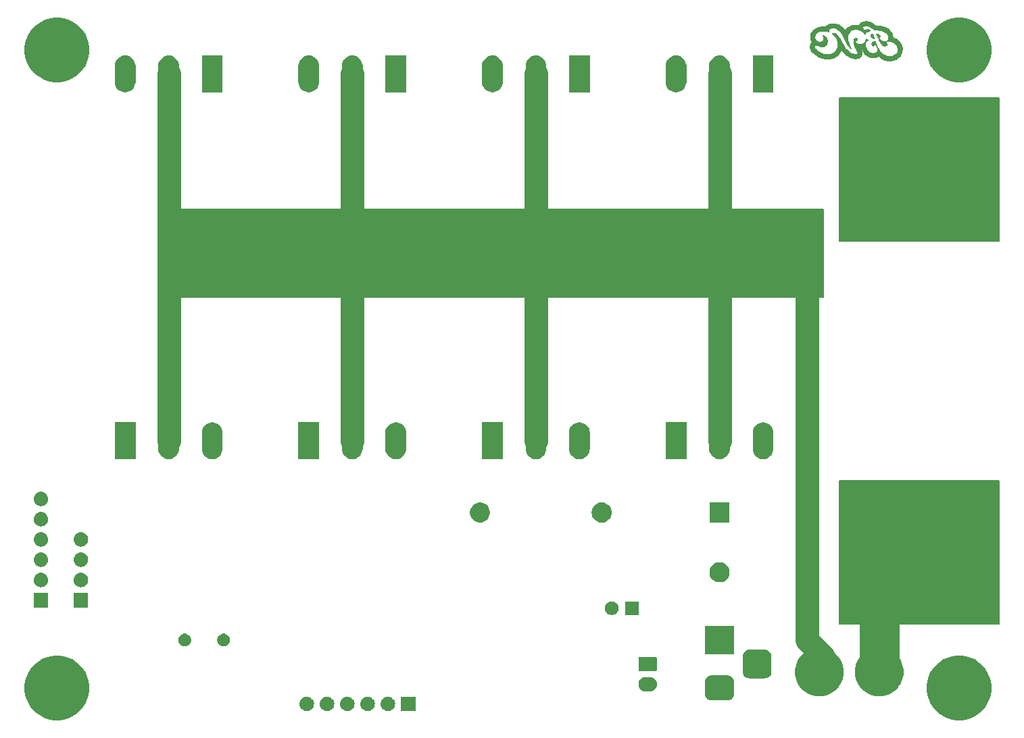
<source format=gbr>
G04 #@! TF.GenerationSoftware,KiCad,Pcbnew,(5.0.1)-3*
G04 #@! TF.CreationDate,2021-05-27T11:26:18+02:00*
G04 #@! TF.ProjectId,mega328 400w load,6D6567613332382034303077206C6F61,rev?*
G04 #@! TF.SameCoordinates,Original*
G04 #@! TF.FileFunction,Soldermask,Bot*
G04 #@! TF.FilePolarity,Negative*
%FSLAX46Y46*%
G04 Gerber Fmt 4.6, Leading zero omitted, Abs format (unit mm)*
G04 Created by KiCad (PCBNEW (5.0.1)-3) date 27/05/2021 11:26:18*
%MOMM*%
%LPD*%
G01*
G04 APERTURE LIST*
%ADD10C,5.000000*%
%ADD11C,0.150000*%
%ADD12C,3.000000*%
%ADD13C,0.010000*%
%ADD14C,0.050800*%
G04 APERTURE END LIST*
D10*
X175000000Y-122000000D02*
X175000000Y-106000000D01*
D11*
G36*
X170000000Y-98000000D02*
X190000000Y-98000000D01*
X190000000Y-116000000D01*
X170000000Y-116000000D01*
X170000000Y-98000000D01*
G37*
X170000000Y-98000000D02*
X190000000Y-98000000D01*
X190000000Y-116000000D01*
X170000000Y-116000000D01*
X170000000Y-98000000D01*
G36*
X190000000Y-68000000D02*
X190000000Y-50000000D01*
X170000000Y-50000000D01*
X170000000Y-68000000D01*
X190000000Y-68000000D01*
G37*
X190000000Y-68000000D02*
X190000000Y-50000000D01*
X170000000Y-50000000D01*
X170000000Y-68000000D01*
X190000000Y-68000000D01*
D12*
X166000000Y-118000000D02*
X168000000Y-120000000D01*
X166000000Y-66000000D02*
X166000000Y-118000000D01*
X155000000Y-47000000D02*
X155000000Y-93000000D01*
X132000000Y-93000000D02*
X132000000Y-47000000D01*
X109000000Y-47000000D02*
X109000000Y-93000000D01*
X86000000Y-47000000D02*
X86000000Y-93000000D01*
D11*
G36*
X168000000Y-75000000D02*
X168000000Y-64000000D01*
X85000000Y-64000000D01*
X85000000Y-75000000D01*
X168000000Y-75000000D01*
G37*
X168000000Y-75000000D02*
X168000000Y-64000000D01*
X85000000Y-64000000D01*
X85000000Y-75000000D01*
X168000000Y-75000000D01*
D13*
G04 #@! TO.C,G\002A\002A\002A*
G36*
X173130573Y-40410567D02*
X173015663Y-40434683D01*
X172886138Y-40472463D01*
X172780002Y-40517466D01*
X172686839Y-40574881D01*
X172611757Y-40635808D01*
X172578474Y-40670126D01*
X172538999Y-40717335D01*
X172499457Y-40769175D01*
X172465974Y-40817388D01*
X172444675Y-40853715D01*
X172440267Y-40867022D01*
X172425916Y-40878707D01*
X172393700Y-40876512D01*
X172225069Y-40848792D01*
X172067292Y-40838401D01*
X171909205Y-40845559D01*
X171739646Y-40870482D01*
X171640091Y-40891245D01*
X171494072Y-40928650D01*
X171371347Y-40971006D01*
X171261349Y-41022788D01*
X171153509Y-41088473D01*
X171120111Y-41111479D01*
X170987870Y-41212662D01*
X170879745Y-41314396D01*
X170786943Y-41425225D01*
X170762699Y-41458775D01*
X170692835Y-41558373D01*
X170588651Y-41420082D01*
X170466164Y-41272249D01*
X170329849Y-41133571D01*
X170185980Y-41009375D01*
X170040831Y-40904991D01*
X169900674Y-40825745D01*
X169874904Y-40813872D01*
X169785182Y-40779995D01*
X169673854Y-40746694D01*
X169550994Y-40716191D01*
X169426676Y-40690707D01*
X169310975Y-40672463D01*
X169213964Y-40663682D01*
X169191756Y-40663222D01*
X169090403Y-40669289D01*
X168971565Y-40685776D01*
X168848031Y-40710155D01*
X168732589Y-40739897D01*
X168638030Y-40772471D01*
X168636823Y-40772974D01*
X168583189Y-40800420D01*
X168516003Y-40841797D01*
X168444924Y-40890360D01*
X168379611Y-40939365D01*
X168329721Y-40982068D01*
X168314134Y-40998294D01*
X168299186Y-41014484D01*
X168282633Y-41026129D01*
X168258869Y-41034121D01*
X168222288Y-41039351D01*
X168167286Y-41042710D01*
X168088256Y-41045092D01*
X168009334Y-41046782D01*
X167866273Y-41050949D01*
X167747977Y-41057870D01*
X167645378Y-41068851D01*
X167549404Y-41085197D01*
X167450986Y-41108213D01*
X167341054Y-41139203D01*
X167317265Y-41146358D01*
X167213529Y-41180154D01*
X167129712Y-41214031D01*
X167052423Y-41254169D01*
X166968269Y-41306749D01*
X166964921Y-41308965D01*
X166870029Y-41373726D01*
X166796456Y-41429414D01*
X166736013Y-41483572D01*
X166680508Y-41543742D01*
X166621751Y-41617468D01*
X166603284Y-41641992D01*
X166496612Y-41811485D01*
X166419283Y-41993297D01*
X166372801Y-42182919D01*
X166358650Y-42373715D01*
X166366015Y-42478849D01*
X166384262Y-42597317D01*
X166410833Y-42717803D01*
X166443168Y-42828990D01*
X166478710Y-42919562D01*
X166484921Y-42932161D01*
X166523968Y-43008255D01*
X166451232Y-43103897D01*
X166407098Y-43168927D01*
X166375693Y-43235180D01*
X166350480Y-43317189D01*
X166344567Y-43341069D01*
X166319673Y-43470574D01*
X166312568Y-43587143D01*
X166323262Y-43705646D01*
X166344867Y-43812800D01*
X166392754Y-43950413D01*
X166471530Y-44089304D01*
X166581734Y-44230079D01*
X166723906Y-44373348D01*
X166898588Y-44519719D01*
X167106320Y-44669800D01*
X167106383Y-44669842D01*
X167245347Y-44759832D01*
X167375500Y-44834039D01*
X167505104Y-44895968D01*
X167642421Y-44949122D01*
X167795712Y-44997005D01*
X167973239Y-45043121D01*
X168003733Y-45050401D01*
X168117154Y-45076432D01*
X168207044Y-45094744D01*
X168282525Y-45106620D01*
X168352717Y-45113340D01*
X168426738Y-45116184D01*
X168474858Y-45116563D01*
X168641345Y-45107644D01*
X168821707Y-45082340D01*
X169005482Y-45043080D01*
X169182208Y-44992296D01*
X169341421Y-44932419D01*
X169414059Y-44898372D01*
X169479922Y-44859981D01*
X169561597Y-44805304D01*
X169650041Y-44741055D01*
X169736208Y-44673948D01*
X169811052Y-44610698D01*
X169847642Y-44576524D01*
X169900676Y-44519073D01*
X169963117Y-44443662D01*
X170029334Y-44357942D01*
X170093696Y-44269570D01*
X170150573Y-44186197D01*
X170194335Y-44115477D01*
X170213277Y-44079500D01*
X170233957Y-44040185D01*
X170250167Y-44018273D01*
X170253563Y-44016602D01*
X170267541Y-44029696D01*
X170296109Y-44064326D01*
X170334332Y-44114354D01*
X170356703Y-44144856D01*
X170470257Y-44284948D01*
X170606233Y-44424915D01*
X170758496Y-44560115D01*
X170920906Y-44685904D01*
X171087327Y-44797640D01*
X171251623Y-44890681D01*
X171407654Y-44960383D01*
X171458134Y-44978070D01*
X171623753Y-45027680D01*
X171766577Y-45061283D01*
X171893329Y-45079474D01*
X172010731Y-45082847D01*
X172125506Y-45071996D01*
X172244061Y-45047597D01*
X172403466Y-44992921D01*
X172537831Y-44915486D01*
X172647464Y-44814988D01*
X172732677Y-44691122D01*
X172793779Y-44543586D01*
X172807031Y-44496339D01*
X172847495Y-44336986D01*
X172811623Y-44184191D01*
X172789265Y-44101738D01*
X172761792Y-44018650D01*
X172734265Y-43949874D01*
X172727535Y-43935808D01*
X172699321Y-43875353D01*
X172689492Y-43838272D01*
X172698424Y-43819255D01*
X172726491Y-43812994D01*
X172736239Y-43812800D01*
X172761666Y-43818270D01*
X172780830Y-43839719D01*
X172799606Y-43884709D01*
X172805314Y-43901700D01*
X172863391Y-44042431D01*
X172946289Y-44190741D01*
X173048832Y-44338489D01*
X173165843Y-44477534D01*
X173183174Y-44495936D01*
X173249492Y-44558144D01*
X173333342Y-44626241D01*
X173426465Y-44694481D01*
X173520605Y-44757120D01*
X173607504Y-44808412D01*
X173678907Y-44842612D01*
X173684413Y-44844700D01*
X173775689Y-44874951D01*
X173879142Y-44903844D01*
X173985446Y-44929278D01*
X174085274Y-44949153D01*
X174169300Y-44961370D01*
X174215257Y-44964245D01*
X174276583Y-44959569D01*
X174360193Y-44946956D01*
X174456042Y-44928556D01*
X174554086Y-44906522D01*
X174644280Y-44883007D01*
X174716580Y-44860161D01*
X174735861Y-44852696D01*
X174790992Y-44826388D01*
X174841006Y-44797355D01*
X174848045Y-44792547D01*
X174893623Y-44760168D01*
X175025845Y-44866549D01*
X175193501Y-44992523D01*
X175355573Y-45094204D01*
X175520300Y-45175266D01*
X175695922Y-45239382D01*
X175890678Y-45290225D01*
X176042435Y-45319823D01*
X176179264Y-45340317D01*
X176296047Y-45349687D01*
X176404588Y-45348316D01*
X176516695Y-45336588D01*
X176524458Y-45335466D01*
X176649890Y-45313260D01*
X176776655Y-45284065D01*
X176894559Y-45250616D01*
X176993405Y-45215644D01*
X177028523Y-45200341D01*
X177188811Y-45110390D01*
X177344717Y-44996459D01*
X177486982Y-44866284D01*
X177606348Y-44727604D01*
X177625064Y-44701800D01*
X177685957Y-44610976D01*
X177731721Y-44530316D01*
X177767377Y-44448517D01*
X177797947Y-44354275D01*
X177824347Y-44253232D01*
X177855165Y-44106889D01*
X177871482Y-43972988D01*
X177872459Y-43875255D01*
X177314249Y-43875255D01*
X177305381Y-44035016D01*
X177269565Y-44187993D01*
X177211172Y-44319471D01*
X177127932Y-44436033D01*
X177018605Y-44544337D01*
X176890899Y-44638343D01*
X176752521Y-44712013D01*
X176670668Y-44742962D01*
X176558403Y-44768332D01*
X176424455Y-44781676D01*
X176278857Y-44782856D01*
X176131638Y-44771731D01*
X176010898Y-44752116D01*
X175806352Y-44691964D01*
X175611049Y-44600225D01*
X175426817Y-44478355D01*
X175255486Y-44327810D01*
X175098884Y-44150049D01*
X174958842Y-43946529D01*
X174922998Y-43885394D01*
X174860468Y-43769380D01*
X174792140Y-43633323D01*
X174722563Y-43487036D01*
X174656284Y-43340336D01*
X174597852Y-43203036D01*
X174551815Y-43084953D01*
X174550918Y-43082484D01*
X174493342Y-42923800D01*
X174371936Y-42926158D01*
X174253076Y-42939064D01*
X174159605Y-42973192D01*
X174089881Y-43029356D01*
X174053167Y-43084479D01*
X174020884Y-43178008D01*
X174021578Y-43269726D01*
X174046896Y-43347834D01*
X174083895Y-43408573D01*
X174132373Y-43460632D01*
X174183732Y-43496296D01*
X174225408Y-43508000D01*
X174272604Y-43492241D01*
X174310547Y-43449212D01*
X174333901Y-43385280D01*
X174335436Y-43376711D01*
X174345585Y-43334420D01*
X174364603Y-43315064D01*
X174402434Y-43307816D01*
X174456999Y-43318649D01*
X174515313Y-43357963D01*
X174574013Y-43421127D01*
X174629736Y-43503511D01*
X174679121Y-43600483D01*
X174718805Y-43707414D01*
X174734388Y-43764984D01*
X174753650Y-43864886D01*
X174758182Y-43947741D01*
X174747956Y-44027011D01*
X174733778Y-44081669D01*
X174686311Y-44186337D01*
X174614146Y-44271694D01*
X174521086Y-44336721D01*
X174410934Y-44380397D01*
X174287495Y-44401703D01*
X174154570Y-44399620D01*
X174015965Y-44373129D01*
X173875482Y-44321209D01*
X173862667Y-44315154D01*
X173791988Y-44274891D01*
X173717237Y-44218916D01*
X173631856Y-44142124D01*
X173598305Y-44109443D01*
X173525378Y-44034923D01*
X173471441Y-43972968D01*
X173429540Y-43914379D01*
X173392722Y-43849953D01*
X173374107Y-43812800D01*
X173315788Y-43679520D01*
X173277898Y-43557663D01*
X173257278Y-43434353D01*
X173250863Y-43310745D01*
X173256435Y-43180084D01*
X173277471Y-43073774D01*
X173315802Y-42985164D01*
X173356596Y-42926813D01*
X173400032Y-42883739D01*
X173457099Y-42839688D01*
X173518181Y-42800803D01*
X173573663Y-42773227D01*
X173612900Y-42763092D01*
X173637959Y-42751073D01*
X173642533Y-42737533D01*
X173628539Y-42716586D01*
X173610445Y-42712133D01*
X173581273Y-42704802D01*
X173531261Y-42685256D01*
X173469479Y-42657165D01*
X173445694Y-42645462D01*
X173385703Y-42616435D01*
X173338106Y-42595516D01*
X173310156Y-42585801D01*
X173305976Y-42585847D01*
X173299601Y-42605196D01*
X173290817Y-42647295D01*
X173284870Y-42682151D01*
X173269912Y-42742660D01*
X173243919Y-42817079D01*
X173212386Y-42889760D01*
X173210875Y-42892839D01*
X173130969Y-43020125D01*
X173031475Y-43121206D01*
X172915243Y-43195246D01*
X172785123Y-43241408D01*
X172643964Y-43258856D01*
X172494616Y-43246751D01*
X172339929Y-43204258D01*
X172261860Y-43171535D01*
X172171923Y-43120720D01*
X172090587Y-43058540D01*
X172023119Y-42990563D01*
X171974784Y-42922355D01*
X171950847Y-42859482D01*
X171949200Y-42841017D01*
X171962451Y-42799484D01*
X172000004Y-42779154D01*
X172058560Y-42781606D01*
X172068508Y-42783923D01*
X172117494Y-42793058D01*
X172151577Y-42787450D01*
X172183279Y-42767839D01*
X172214841Y-42735484D01*
X172230022Y-42691419D01*
X172233660Y-42657876D01*
X172234023Y-42608181D01*
X172222335Y-42574323D01*
X172191929Y-42540778D01*
X172178037Y-42528346D01*
X172108300Y-42486342D01*
X172034521Y-42474904D01*
X171961771Y-42491981D01*
X171895121Y-42535522D01*
X171839642Y-42603476D01*
X171804939Y-42679253D01*
X171787212Y-42760770D01*
X171778636Y-42864423D01*
X171779420Y-42979682D01*
X171789770Y-43096019D01*
X171795930Y-43136437D01*
X171821202Y-43259225D01*
X171855891Y-43384027D01*
X171901845Y-43515468D01*
X171960914Y-43658172D01*
X172034946Y-43816765D01*
X172125790Y-43995873D01*
X172181369Y-44100666D01*
X172229169Y-44192622D01*
X172260370Y-44261841D01*
X172276331Y-44314297D01*
X172278411Y-44355967D01*
X172267968Y-44392827D01*
X172253800Y-44419185D01*
X172209249Y-44469850D01*
X172146177Y-44502961D01*
X172059902Y-44520292D01*
X171976928Y-44524000D01*
X171825096Y-44508558D01*
X171665076Y-44463961D01*
X171500470Y-44392800D01*
X171334883Y-44297667D01*
X171171917Y-44181154D01*
X171015175Y-44045854D01*
X170868261Y-43894358D01*
X170734778Y-43729258D01*
X170618329Y-43553146D01*
X170611793Y-43541995D01*
X170584524Y-43494222D01*
X170544473Y-43422864D01*
X170495061Y-43334075D01*
X170439709Y-43234008D01*
X170381838Y-43128818D01*
X170361107Y-43090992D01*
X170227316Y-42850931D01*
X170104944Y-42640858D01*
X169992799Y-42459332D01*
X169889688Y-42304910D01*
X169794420Y-42176149D01*
X169705804Y-42071606D01*
X169622647Y-41989840D01*
X169543758Y-41929407D01*
X169467945Y-41888865D01*
X169394016Y-41866772D01*
X169345440Y-41861588D01*
X169304375Y-41865578D01*
X169249327Y-41877626D01*
X169189384Y-41894808D01*
X169133635Y-41914200D01*
X169091169Y-41932876D01*
X169071074Y-41947915D01*
X169070533Y-41950033D01*
X169082691Y-41965554D01*
X169115338Y-41997110D01*
X169162737Y-42039312D01*
X169193300Y-42065348D01*
X169335442Y-42198903D01*
X169466383Y-42349620D01*
X169579817Y-42509217D01*
X169669437Y-42669413D01*
X169692881Y-42721400D01*
X169746823Y-42867256D01*
X169782118Y-43009202D01*
X169801030Y-43159275D01*
X169805878Y-43321733D01*
X169804524Y-43421228D01*
X169800918Y-43496414D01*
X169793855Y-43556833D01*
X169782129Y-43612028D01*
X169764534Y-43671540D01*
X169759875Y-43685800D01*
X169693513Y-43840366D01*
X169598935Y-43992927D01*
X169481301Y-44135727D01*
X169419881Y-44196924D01*
X169267394Y-44319442D01*
X169100037Y-44414950D01*
X168914241Y-44485104D01*
X168706437Y-44531555D01*
X168693198Y-44533624D01*
X168486878Y-44548743D01*
X168272477Y-44533704D01*
X168054051Y-44489964D01*
X167835658Y-44418980D01*
X167621356Y-44322212D01*
X167415200Y-44201116D01*
X167221248Y-44057150D01*
X167121336Y-43968832D01*
X167027030Y-43875535D01*
X166957531Y-43795284D01*
X166909113Y-43722881D01*
X166878049Y-43653128D01*
X166867017Y-43614034D01*
X166860383Y-43529644D01*
X166882871Y-43461915D01*
X166934069Y-43411756D01*
X166966444Y-43395124D01*
X167012607Y-43381368D01*
X167064614Y-43378332D01*
X167127637Y-43387007D01*
X167206846Y-43408381D01*
X167307413Y-43443444D01*
X167393974Y-43476937D01*
X167497444Y-43516331D01*
X167579890Y-43543166D01*
X167650600Y-43559988D01*
X167718863Y-43569345D01*
X167736217Y-43570785D01*
X167901588Y-43570004D01*
X168048113Y-43541446D01*
X168176807Y-43484764D01*
X168288684Y-43399612D01*
X168314300Y-43373668D01*
X168377042Y-43299503D01*
X168421081Y-43227516D01*
X168449815Y-43148614D01*
X168466640Y-43053705D01*
X168474503Y-42944887D01*
X168472146Y-42784588D01*
X168449227Y-42647356D01*
X168404047Y-42528127D01*
X168334903Y-42421840D01*
X168277493Y-42358471D01*
X168225701Y-42313692D01*
X168161714Y-42267698D01*
X168093988Y-42225553D01*
X168030979Y-42192322D01*
X167981145Y-42173071D01*
X167963263Y-42170267D01*
X167942934Y-42175113D01*
X167938339Y-42193173D01*
X167950132Y-42229725D01*
X167977825Y-42287796D01*
X168014899Y-42396323D01*
X168022781Y-42469267D01*
X168013479Y-42600282D01*
X167976246Y-42712337D01*
X167910467Y-42806491D01*
X167815529Y-42883802D01*
X167765948Y-42911948D01*
X167714167Y-42937492D01*
X167673013Y-42953446D01*
X167631984Y-42961689D01*
X167580584Y-42964100D01*
X167508311Y-42962559D01*
X167487267Y-42961831D01*
X167397942Y-42956933D01*
X167333020Y-42948526D01*
X167283085Y-42934918D01*
X167246438Y-42918546D01*
X167127509Y-42838647D01*
X167034140Y-42737792D01*
X166968035Y-42619062D01*
X166930894Y-42485536D01*
X166924420Y-42340296D01*
X166924683Y-42336291D01*
X166950546Y-42184193D01*
X167006097Y-42048258D01*
X167091166Y-41928663D01*
X167205583Y-41825589D01*
X167349177Y-41739214D01*
X167521780Y-41669716D01*
X167572778Y-41654030D01*
X167706028Y-41626118D01*
X167860397Y-41611337D01*
X168026150Y-41609284D01*
X168193549Y-41619552D01*
X168352858Y-41641735D01*
X168494340Y-41675430D01*
X168550936Y-41694753D01*
X168602435Y-41711319D01*
X168629667Y-41708751D01*
X168638117Y-41684093D01*
X168635417Y-41649242D01*
X168637276Y-41545831D01*
X168670810Y-41452074D01*
X168734677Y-41370072D01*
X168827538Y-41301926D01*
X168871111Y-41279657D01*
X168919451Y-41258549D01*
X168961427Y-41244542D01*
X169006156Y-41236191D01*
X169062752Y-41232050D01*
X169140330Y-41230674D01*
X169180600Y-41230573D01*
X169281753Y-41231982D01*
X169359711Y-41237150D01*
X169425053Y-41247310D01*
X169488355Y-41263692D01*
X169502333Y-41268023D01*
X169662214Y-41333666D01*
X169812965Y-41427326D01*
X169959102Y-41551838D01*
X169968141Y-41560667D01*
X170050052Y-41645097D01*
X170127081Y-41733303D01*
X170201482Y-41828836D01*
X170275507Y-41935245D01*
X170351409Y-42056079D01*
X170431440Y-42194889D01*
X170517854Y-42355224D01*
X170612903Y-42540635D01*
X170695068Y-42706133D01*
X170804125Y-42922633D01*
X170904649Y-43110701D01*
X170995909Y-43269006D01*
X171062539Y-43374505D01*
X171123804Y-43462729D01*
X171190211Y-43551746D01*
X171258055Y-43637255D01*
X171323629Y-43714957D01*
X171383226Y-43780552D01*
X171433139Y-43829740D01*
X171469662Y-43858223D01*
X171484183Y-43863600D01*
X171484187Y-43849347D01*
X171469648Y-43809087D01*
X171442195Y-43746570D01*
X171403455Y-43665545D01*
X171364671Y-43588433D01*
X171314502Y-43488807D01*
X171265609Y-43388544D01*
X171221909Y-43295909D01*
X171187324Y-43219168D01*
X171170593Y-43179220D01*
X171109490Y-42999371D01*
X171063685Y-42811007D01*
X171034178Y-42621891D01*
X171021969Y-42439782D01*
X171028059Y-42272443D01*
X171041616Y-42178733D01*
X171091545Y-42007038D01*
X171169323Y-41850918D01*
X171272106Y-41713315D01*
X171397052Y-41597172D01*
X171541316Y-41505433D01*
X171702057Y-41441039D01*
X171771400Y-41423367D01*
X171849716Y-41412011D01*
X171948834Y-41405455D01*
X172057381Y-41403690D01*
X172163981Y-41406706D01*
X172257260Y-41414494D01*
X172313267Y-41423831D01*
X172479513Y-41475323D01*
X172643685Y-41550778D01*
X172798925Y-41645660D01*
X172938373Y-41755432D01*
X173055170Y-41875557D01*
X173112834Y-41952688D01*
X173146059Y-41998317D01*
X173168155Y-42014818D01*
X173183051Y-42003393D01*
X173191937Y-41976928D01*
X173208221Y-41944373D01*
X173241297Y-41897556D01*
X173284172Y-41846323D01*
X173286487Y-41843779D01*
X173386092Y-41755560D01*
X173509872Y-41679283D01*
X173648825Y-41620097D01*
X173710482Y-41601322D01*
X173768811Y-41584319D01*
X173814290Y-41568556D01*
X173836309Y-41557912D01*
X173837678Y-41537229D01*
X173814638Y-41505271D01*
X173772541Y-41466920D01*
X173716742Y-41427060D01*
X173653114Y-41390832D01*
X173574004Y-41358885D01*
X173499629Y-41342470D01*
X173437480Y-41342325D01*
X173395046Y-41359189D01*
X173389432Y-41364851D01*
X173369839Y-41399401D01*
X173356853Y-41435522D01*
X173338474Y-41478946D01*
X173308274Y-41501482D01*
X173259836Y-41505394D01*
X173191266Y-41493966D01*
X173125968Y-41475066D01*
X173074358Y-41446941D01*
X173020998Y-41400840D01*
X173013008Y-41392951D01*
X172955111Y-41326699D01*
X172924119Y-41266754D01*
X172916562Y-41204444D01*
X172921482Y-41164160D01*
X172946095Y-41108249D01*
X172994007Y-41051648D01*
X173055973Y-41003038D01*
X173122747Y-40971100D01*
X173129102Y-40969221D01*
X173216760Y-40954677D01*
X173323820Y-40951769D01*
X173438049Y-40960036D01*
X173547218Y-40979015D01*
X173574677Y-40986037D01*
X173719485Y-41035066D01*
X173851762Y-41100119D01*
X173979329Y-41185914D01*
X174110005Y-41297164D01*
X174143571Y-41329017D01*
X174317756Y-41497331D01*
X174483911Y-41494330D01*
X174740822Y-41499665D01*
X174982727Y-41524623D01*
X175207531Y-41568341D01*
X175413137Y-41629958D01*
X175597447Y-41708612D01*
X175758366Y-41803443D01*
X175893794Y-41913588D01*
X176001637Y-42038186D01*
X176064727Y-42143775D01*
X176109977Y-42264821D01*
X176131229Y-42390382D01*
X176127882Y-42511756D01*
X176099337Y-42620239D01*
X176097786Y-42623901D01*
X176036244Y-42726221D01*
X175951028Y-42808055D01*
X175846848Y-42867392D01*
X175728413Y-42902219D01*
X175600433Y-42910525D01*
X175471666Y-42891348D01*
X175365877Y-42855516D01*
X175262122Y-42804618D01*
X175165341Y-42742728D01*
X175080474Y-42673919D01*
X175012461Y-42602267D01*
X174966243Y-42531844D01*
X174946759Y-42466725D01*
X174946446Y-42458202D01*
X174951152Y-42416630D01*
X174971091Y-42388807D01*
X175008525Y-42365000D01*
X175051997Y-42337104D01*
X175082838Y-42309925D01*
X175087172Y-42304121D01*
X175096277Y-42258860D01*
X175079740Y-42201624D01*
X175039739Y-42139754D01*
X175037686Y-42137292D01*
X175000636Y-42103733D01*
X174946396Y-42067603D01*
X174880999Y-42031441D01*
X174810476Y-41997784D01*
X174740859Y-41969172D01*
X174678179Y-41948141D01*
X174628470Y-41937232D01*
X174597761Y-41938982D01*
X174590800Y-41949233D01*
X174598219Y-41970849D01*
X174618555Y-42016308D01*
X174648930Y-42079496D01*
X174686464Y-42154299D01*
X174697345Y-42175485D01*
X174739499Y-42258582D01*
X174791388Y-42363059D01*
X174848446Y-42479596D01*
X174906109Y-42598875D01*
X174955533Y-42702526D01*
X175040320Y-42876477D01*
X175116875Y-43021377D01*
X175187430Y-43140383D01*
X175254220Y-43236653D01*
X175319479Y-43313345D01*
X175385440Y-43373617D01*
X175454338Y-43420625D01*
X175469707Y-43429280D01*
X175584785Y-43478617D01*
X175692061Y-43498062D01*
X175789084Y-43487699D01*
X175873402Y-43447615D01*
X175912606Y-43413829D01*
X175952921Y-43360900D01*
X175966663Y-43308237D01*
X175953658Y-43249296D01*
X175913730Y-43177536D01*
X175905956Y-43166057D01*
X175866568Y-43104252D01*
X175848461Y-43059425D01*
X175850620Y-43023058D01*
X175872030Y-42986638D01*
X175882981Y-42973349D01*
X175908641Y-42948720D01*
X175940122Y-42933052D01*
X175987208Y-42922950D01*
X176048081Y-42916086D01*
X176235121Y-42912227D01*
X176421753Y-42934071D01*
X176600187Y-42979910D01*
X176762632Y-43048036D01*
X176832338Y-43087961D01*
X176911435Y-43145008D01*
X176996141Y-43217571D01*
X177077189Y-43296756D01*
X177145313Y-43373669D01*
X177181414Y-43423044D01*
X177252040Y-43562492D01*
X177296394Y-43715488D01*
X177314249Y-43875255D01*
X177872459Y-43875255D01*
X177872775Y-43843672D01*
X177858522Y-43711086D01*
X177828198Y-43567373D01*
X177781281Y-43404676D01*
X177764379Y-43352464D01*
X177721146Y-43250054D01*
X177657385Y-43136555D01*
X177579280Y-43021701D01*
X177493015Y-42915223D01*
X177471796Y-42892008D01*
X177395202Y-42819262D01*
X177300665Y-42743227D01*
X177194793Y-42667996D01*
X177084191Y-42597663D01*
X176975463Y-42536321D01*
X176875217Y-42488063D01*
X176790057Y-42456984D01*
X176757868Y-42449599D01*
X176714715Y-42440012D01*
X176695507Y-42423948D01*
X176690563Y-42390874D01*
X176690415Y-42376211D01*
X176685192Y-42320042D01*
X176671273Y-42242082D01*
X176651045Y-42152546D01*
X176626891Y-42061646D01*
X176601198Y-41979595D01*
X176591542Y-41952898D01*
X176524595Y-41816806D01*
X176428950Y-41679904D01*
X176309381Y-41546537D01*
X176170662Y-41421052D01*
X176017566Y-41307795D01*
X175854868Y-41211111D01*
X175697980Y-41139433D01*
X175574428Y-41096944D01*
X175429119Y-41055985D01*
X175270722Y-41018274D01*
X175107904Y-40985530D01*
X174949335Y-40959471D01*
X174803682Y-40941816D01*
X174679613Y-40934284D01*
X174662506Y-40934133D01*
X174605629Y-40932990D01*
X174565611Y-40926362D01*
X174530593Y-40909452D01*
X174488717Y-40877464D01*
X174458230Y-40851504D01*
X174286446Y-40716018D01*
X174117168Y-40608914D01*
X173942998Y-40526189D01*
X173756538Y-40463839D01*
X173727788Y-40456187D01*
X173558271Y-40418163D01*
X173408263Y-40398067D01*
X173268714Y-40395626D01*
X173130573Y-40410567D01*
X173130573Y-40410567D01*
G37*
X173130573Y-40410567D02*
X173015663Y-40434683D01*
X172886138Y-40472463D01*
X172780002Y-40517466D01*
X172686839Y-40574881D01*
X172611757Y-40635808D01*
X172578474Y-40670126D01*
X172538999Y-40717335D01*
X172499457Y-40769175D01*
X172465974Y-40817388D01*
X172444675Y-40853715D01*
X172440267Y-40867022D01*
X172425916Y-40878707D01*
X172393700Y-40876512D01*
X172225069Y-40848792D01*
X172067292Y-40838401D01*
X171909205Y-40845559D01*
X171739646Y-40870482D01*
X171640091Y-40891245D01*
X171494072Y-40928650D01*
X171371347Y-40971006D01*
X171261349Y-41022788D01*
X171153509Y-41088473D01*
X171120111Y-41111479D01*
X170987870Y-41212662D01*
X170879745Y-41314396D01*
X170786943Y-41425225D01*
X170762699Y-41458775D01*
X170692835Y-41558373D01*
X170588651Y-41420082D01*
X170466164Y-41272249D01*
X170329849Y-41133571D01*
X170185980Y-41009375D01*
X170040831Y-40904991D01*
X169900674Y-40825745D01*
X169874904Y-40813872D01*
X169785182Y-40779995D01*
X169673854Y-40746694D01*
X169550994Y-40716191D01*
X169426676Y-40690707D01*
X169310975Y-40672463D01*
X169213964Y-40663682D01*
X169191756Y-40663222D01*
X169090403Y-40669289D01*
X168971565Y-40685776D01*
X168848031Y-40710155D01*
X168732589Y-40739897D01*
X168638030Y-40772471D01*
X168636823Y-40772974D01*
X168583189Y-40800420D01*
X168516003Y-40841797D01*
X168444924Y-40890360D01*
X168379611Y-40939365D01*
X168329721Y-40982068D01*
X168314134Y-40998294D01*
X168299186Y-41014484D01*
X168282633Y-41026129D01*
X168258869Y-41034121D01*
X168222288Y-41039351D01*
X168167286Y-41042710D01*
X168088256Y-41045092D01*
X168009334Y-41046782D01*
X167866273Y-41050949D01*
X167747977Y-41057870D01*
X167645378Y-41068851D01*
X167549404Y-41085197D01*
X167450986Y-41108213D01*
X167341054Y-41139203D01*
X167317265Y-41146358D01*
X167213529Y-41180154D01*
X167129712Y-41214031D01*
X167052423Y-41254169D01*
X166968269Y-41306749D01*
X166964921Y-41308965D01*
X166870029Y-41373726D01*
X166796456Y-41429414D01*
X166736013Y-41483572D01*
X166680508Y-41543742D01*
X166621751Y-41617468D01*
X166603284Y-41641992D01*
X166496612Y-41811485D01*
X166419283Y-41993297D01*
X166372801Y-42182919D01*
X166358650Y-42373715D01*
X166366015Y-42478849D01*
X166384262Y-42597317D01*
X166410833Y-42717803D01*
X166443168Y-42828990D01*
X166478710Y-42919562D01*
X166484921Y-42932161D01*
X166523968Y-43008255D01*
X166451232Y-43103897D01*
X166407098Y-43168927D01*
X166375693Y-43235180D01*
X166350480Y-43317189D01*
X166344567Y-43341069D01*
X166319673Y-43470574D01*
X166312568Y-43587143D01*
X166323262Y-43705646D01*
X166344867Y-43812800D01*
X166392754Y-43950413D01*
X166471530Y-44089304D01*
X166581734Y-44230079D01*
X166723906Y-44373348D01*
X166898588Y-44519719D01*
X167106320Y-44669800D01*
X167106383Y-44669842D01*
X167245347Y-44759832D01*
X167375500Y-44834039D01*
X167505104Y-44895968D01*
X167642421Y-44949122D01*
X167795712Y-44997005D01*
X167973239Y-45043121D01*
X168003733Y-45050401D01*
X168117154Y-45076432D01*
X168207044Y-45094744D01*
X168282525Y-45106620D01*
X168352717Y-45113340D01*
X168426738Y-45116184D01*
X168474858Y-45116563D01*
X168641345Y-45107644D01*
X168821707Y-45082340D01*
X169005482Y-45043080D01*
X169182208Y-44992296D01*
X169341421Y-44932419D01*
X169414059Y-44898372D01*
X169479922Y-44859981D01*
X169561597Y-44805304D01*
X169650041Y-44741055D01*
X169736208Y-44673948D01*
X169811052Y-44610698D01*
X169847642Y-44576524D01*
X169900676Y-44519073D01*
X169963117Y-44443662D01*
X170029334Y-44357942D01*
X170093696Y-44269570D01*
X170150573Y-44186197D01*
X170194335Y-44115477D01*
X170213277Y-44079500D01*
X170233957Y-44040185D01*
X170250167Y-44018273D01*
X170253563Y-44016602D01*
X170267541Y-44029696D01*
X170296109Y-44064326D01*
X170334332Y-44114354D01*
X170356703Y-44144856D01*
X170470257Y-44284948D01*
X170606233Y-44424915D01*
X170758496Y-44560115D01*
X170920906Y-44685904D01*
X171087327Y-44797640D01*
X171251623Y-44890681D01*
X171407654Y-44960383D01*
X171458134Y-44978070D01*
X171623753Y-45027680D01*
X171766577Y-45061283D01*
X171893329Y-45079474D01*
X172010731Y-45082847D01*
X172125506Y-45071996D01*
X172244061Y-45047597D01*
X172403466Y-44992921D01*
X172537831Y-44915486D01*
X172647464Y-44814988D01*
X172732677Y-44691122D01*
X172793779Y-44543586D01*
X172807031Y-44496339D01*
X172847495Y-44336986D01*
X172811623Y-44184191D01*
X172789265Y-44101738D01*
X172761792Y-44018650D01*
X172734265Y-43949874D01*
X172727535Y-43935808D01*
X172699321Y-43875353D01*
X172689492Y-43838272D01*
X172698424Y-43819255D01*
X172726491Y-43812994D01*
X172736239Y-43812800D01*
X172761666Y-43818270D01*
X172780830Y-43839719D01*
X172799606Y-43884709D01*
X172805314Y-43901700D01*
X172863391Y-44042431D01*
X172946289Y-44190741D01*
X173048832Y-44338489D01*
X173165843Y-44477534D01*
X173183174Y-44495936D01*
X173249492Y-44558144D01*
X173333342Y-44626241D01*
X173426465Y-44694481D01*
X173520605Y-44757120D01*
X173607504Y-44808412D01*
X173678907Y-44842612D01*
X173684413Y-44844700D01*
X173775689Y-44874951D01*
X173879142Y-44903844D01*
X173985446Y-44929278D01*
X174085274Y-44949153D01*
X174169300Y-44961370D01*
X174215257Y-44964245D01*
X174276583Y-44959569D01*
X174360193Y-44946956D01*
X174456042Y-44928556D01*
X174554086Y-44906522D01*
X174644280Y-44883007D01*
X174716580Y-44860161D01*
X174735861Y-44852696D01*
X174790992Y-44826388D01*
X174841006Y-44797355D01*
X174848045Y-44792547D01*
X174893623Y-44760168D01*
X175025845Y-44866549D01*
X175193501Y-44992523D01*
X175355573Y-45094204D01*
X175520300Y-45175266D01*
X175695922Y-45239382D01*
X175890678Y-45290225D01*
X176042435Y-45319823D01*
X176179264Y-45340317D01*
X176296047Y-45349687D01*
X176404588Y-45348316D01*
X176516695Y-45336588D01*
X176524458Y-45335466D01*
X176649890Y-45313260D01*
X176776655Y-45284065D01*
X176894559Y-45250616D01*
X176993405Y-45215644D01*
X177028523Y-45200341D01*
X177188811Y-45110390D01*
X177344717Y-44996459D01*
X177486982Y-44866284D01*
X177606348Y-44727604D01*
X177625064Y-44701800D01*
X177685957Y-44610976D01*
X177731721Y-44530316D01*
X177767377Y-44448517D01*
X177797947Y-44354275D01*
X177824347Y-44253232D01*
X177855165Y-44106889D01*
X177871482Y-43972988D01*
X177872459Y-43875255D01*
X177314249Y-43875255D01*
X177305381Y-44035016D01*
X177269565Y-44187993D01*
X177211172Y-44319471D01*
X177127932Y-44436033D01*
X177018605Y-44544337D01*
X176890899Y-44638343D01*
X176752521Y-44712013D01*
X176670668Y-44742962D01*
X176558403Y-44768332D01*
X176424455Y-44781676D01*
X176278857Y-44782856D01*
X176131638Y-44771731D01*
X176010898Y-44752116D01*
X175806352Y-44691964D01*
X175611049Y-44600225D01*
X175426817Y-44478355D01*
X175255486Y-44327810D01*
X175098884Y-44150049D01*
X174958842Y-43946529D01*
X174922998Y-43885394D01*
X174860468Y-43769380D01*
X174792140Y-43633323D01*
X174722563Y-43487036D01*
X174656284Y-43340336D01*
X174597852Y-43203036D01*
X174551815Y-43084953D01*
X174550918Y-43082484D01*
X174493342Y-42923800D01*
X174371936Y-42926158D01*
X174253076Y-42939064D01*
X174159605Y-42973192D01*
X174089881Y-43029356D01*
X174053167Y-43084479D01*
X174020884Y-43178008D01*
X174021578Y-43269726D01*
X174046896Y-43347834D01*
X174083895Y-43408573D01*
X174132373Y-43460632D01*
X174183732Y-43496296D01*
X174225408Y-43508000D01*
X174272604Y-43492241D01*
X174310547Y-43449212D01*
X174333901Y-43385280D01*
X174335436Y-43376711D01*
X174345585Y-43334420D01*
X174364603Y-43315064D01*
X174402434Y-43307816D01*
X174456999Y-43318649D01*
X174515313Y-43357963D01*
X174574013Y-43421127D01*
X174629736Y-43503511D01*
X174679121Y-43600483D01*
X174718805Y-43707414D01*
X174734388Y-43764984D01*
X174753650Y-43864886D01*
X174758182Y-43947741D01*
X174747956Y-44027011D01*
X174733778Y-44081669D01*
X174686311Y-44186337D01*
X174614146Y-44271694D01*
X174521086Y-44336721D01*
X174410934Y-44380397D01*
X174287495Y-44401703D01*
X174154570Y-44399620D01*
X174015965Y-44373129D01*
X173875482Y-44321209D01*
X173862667Y-44315154D01*
X173791988Y-44274891D01*
X173717237Y-44218916D01*
X173631856Y-44142124D01*
X173598305Y-44109443D01*
X173525378Y-44034923D01*
X173471441Y-43972968D01*
X173429540Y-43914379D01*
X173392722Y-43849953D01*
X173374107Y-43812800D01*
X173315788Y-43679520D01*
X173277898Y-43557663D01*
X173257278Y-43434353D01*
X173250863Y-43310745D01*
X173256435Y-43180084D01*
X173277471Y-43073774D01*
X173315802Y-42985164D01*
X173356596Y-42926813D01*
X173400032Y-42883739D01*
X173457099Y-42839688D01*
X173518181Y-42800803D01*
X173573663Y-42773227D01*
X173612900Y-42763092D01*
X173637959Y-42751073D01*
X173642533Y-42737533D01*
X173628539Y-42716586D01*
X173610445Y-42712133D01*
X173581273Y-42704802D01*
X173531261Y-42685256D01*
X173469479Y-42657165D01*
X173445694Y-42645462D01*
X173385703Y-42616435D01*
X173338106Y-42595516D01*
X173310156Y-42585801D01*
X173305976Y-42585847D01*
X173299601Y-42605196D01*
X173290817Y-42647295D01*
X173284870Y-42682151D01*
X173269912Y-42742660D01*
X173243919Y-42817079D01*
X173212386Y-42889760D01*
X173210875Y-42892839D01*
X173130969Y-43020125D01*
X173031475Y-43121206D01*
X172915243Y-43195246D01*
X172785123Y-43241408D01*
X172643964Y-43258856D01*
X172494616Y-43246751D01*
X172339929Y-43204258D01*
X172261860Y-43171535D01*
X172171923Y-43120720D01*
X172090587Y-43058540D01*
X172023119Y-42990563D01*
X171974784Y-42922355D01*
X171950847Y-42859482D01*
X171949200Y-42841017D01*
X171962451Y-42799484D01*
X172000004Y-42779154D01*
X172058560Y-42781606D01*
X172068508Y-42783923D01*
X172117494Y-42793058D01*
X172151577Y-42787450D01*
X172183279Y-42767839D01*
X172214841Y-42735484D01*
X172230022Y-42691419D01*
X172233660Y-42657876D01*
X172234023Y-42608181D01*
X172222335Y-42574323D01*
X172191929Y-42540778D01*
X172178037Y-42528346D01*
X172108300Y-42486342D01*
X172034521Y-42474904D01*
X171961771Y-42491981D01*
X171895121Y-42535522D01*
X171839642Y-42603476D01*
X171804939Y-42679253D01*
X171787212Y-42760770D01*
X171778636Y-42864423D01*
X171779420Y-42979682D01*
X171789770Y-43096019D01*
X171795930Y-43136437D01*
X171821202Y-43259225D01*
X171855891Y-43384027D01*
X171901845Y-43515468D01*
X171960914Y-43658172D01*
X172034946Y-43816765D01*
X172125790Y-43995873D01*
X172181369Y-44100666D01*
X172229169Y-44192622D01*
X172260370Y-44261841D01*
X172276331Y-44314297D01*
X172278411Y-44355967D01*
X172267968Y-44392827D01*
X172253800Y-44419185D01*
X172209249Y-44469850D01*
X172146177Y-44502961D01*
X172059902Y-44520292D01*
X171976928Y-44524000D01*
X171825096Y-44508558D01*
X171665076Y-44463961D01*
X171500470Y-44392800D01*
X171334883Y-44297667D01*
X171171917Y-44181154D01*
X171015175Y-44045854D01*
X170868261Y-43894358D01*
X170734778Y-43729258D01*
X170618329Y-43553146D01*
X170611793Y-43541995D01*
X170584524Y-43494222D01*
X170544473Y-43422864D01*
X170495061Y-43334075D01*
X170439709Y-43234008D01*
X170381838Y-43128818D01*
X170361107Y-43090992D01*
X170227316Y-42850931D01*
X170104944Y-42640858D01*
X169992799Y-42459332D01*
X169889688Y-42304910D01*
X169794420Y-42176149D01*
X169705804Y-42071606D01*
X169622647Y-41989840D01*
X169543758Y-41929407D01*
X169467945Y-41888865D01*
X169394016Y-41866772D01*
X169345440Y-41861588D01*
X169304375Y-41865578D01*
X169249327Y-41877626D01*
X169189384Y-41894808D01*
X169133635Y-41914200D01*
X169091169Y-41932876D01*
X169071074Y-41947915D01*
X169070533Y-41950033D01*
X169082691Y-41965554D01*
X169115338Y-41997110D01*
X169162737Y-42039312D01*
X169193300Y-42065348D01*
X169335442Y-42198903D01*
X169466383Y-42349620D01*
X169579817Y-42509217D01*
X169669437Y-42669413D01*
X169692881Y-42721400D01*
X169746823Y-42867256D01*
X169782118Y-43009202D01*
X169801030Y-43159275D01*
X169805878Y-43321733D01*
X169804524Y-43421228D01*
X169800918Y-43496414D01*
X169793855Y-43556833D01*
X169782129Y-43612028D01*
X169764534Y-43671540D01*
X169759875Y-43685800D01*
X169693513Y-43840366D01*
X169598935Y-43992927D01*
X169481301Y-44135727D01*
X169419881Y-44196924D01*
X169267394Y-44319442D01*
X169100037Y-44414950D01*
X168914241Y-44485104D01*
X168706437Y-44531555D01*
X168693198Y-44533624D01*
X168486878Y-44548743D01*
X168272477Y-44533704D01*
X168054051Y-44489964D01*
X167835658Y-44418980D01*
X167621356Y-44322212D01*
X167415200Y-44201116D01*
X167221248Y-44057150D01*
X167121336Y-43968832D01*
X167027030Y-43875535D01*
X166957531Y-43795284D01*
X166909113Y-43722881D01*
X166878049Y-43653128D01*
X166867017Y-43614034D01*
X166860383Y-43529644D01*
X166882871Y-43461915D01*
X166934069Y-43411756D01*
X166966444Y-43395124D01*
X167012607Y-43381368D01*
X167064614Y-43378332D01*
X167127637Y-43387007D01*
X167206846Y-43408381D01*
X167307413Y-43443444D01*
X167393974Y-43476937D01*
X167497444Y-43516331D01*
X167579890Y-43543166D01*
X167650600Y-43559988D01*
X167718863Y-43569345D01*
X167736217Y-43570785D01*
X167901588Y-43570004D01*
X168048113Y-43541446D01*
X168176807Y-43484764D01*
X168288684Y-43399612D01*
X168314300Y-43373668D01*
X168377042Y-43299503D01*
X168421081Y-43227516D01*
X168449815Y-43148614D01*
X168466640Y-43053705D01*
X168474503Y-42944887D01*
X168472146Y-42784588D01*
X168449227Y-42647356D01*
X168404047Y-42528127D01*
X168334903Y-42421840D01*
X168277493Y-42358471D01*
X168225701Y-42313692D01*
X168161714Y-42267698D01*
X168093988Y-42225553D01*
X168030979Y-42192322D01*
X167981145Y-42173071D01*
X167963263Y-42170267D01*
X167942934Y-42175113D01*
X167938339Y-42193173D01*
X167950132Y-42229725D01*
X167977825Y-42287796D01*
X168014899Y-42396323D01*
X168022781Y-42469267D01*
X168013479Y-42600282D01*
X167976246Y-42712337D01*
X167910467Y-42806491D01*
X167815529Y-42883802D01*
X167765948Y-42911948D01*
X167714167Y-42937492D01*
X167673013Y-42953446D01*
X167631984Y-42961689D01*
X167580584Y-42964100D01*
X167508311Y-42962559D01*
X167487267Y-42961831D01*
X167397942Y-42956933D01*
X167333020Y-42948526D01*
X167283085Y-42934918D01*
X167246438Y-42918546D01*
X167127509Y-42838647D01*
X167034140Y-42737792D01*
X166968035Y-42619062D01*
X166930894Y-42485536D01*
X166924420Y-42340296D01*
X166924683Y-42336291D01*
X166950546Y-42184193D01*
X167006097Y-42048258D01*
X167091166Y-41928663D01*
X167205583Y-41825589D01*
X167349177Y-41739214D01*
X167521780Y-41669716D01*
X167572778Y-41654030D01*
X167706028Y-41626118D01*
X167860397Y-41611337D01*
X168026150Y-41609284D01*
X168193549Y-41619552D01*
X168352858Y-41641735D01*
X168494340Y-41675430D01*
X168550936Y-41694753D01*
X168602435Y-41711319D01*
X168629667Y-41708751D01*
X168638117Y-41684093D01*
X168635417Y-41649242D01*
X168637276Y-41545831D01*
X168670810Y-41452074D01*
X168734677Y-41370072D01*
X168827538Y-41301926D01*
X168871111Y-41279657D01*
X168919451Y-41258549D01*
X168961427Y-41244542D01*
X169006156Y-41236191D01*
X169062752Y-41232050D01*
X169140330Y-41230674D01*
X169180600Y-41230573D01*
X169281753Y-41231982D01*
X169359711Y-41237150D01*
X169425053Y-41247310D01*
X169488355Y-41263692D01*
X169502333Y-41268023D01*
X169662214Y-41333666D01*
X169812965Y-41427326D01*
X169959102Y-41551838D01*
X169968141Y-41560667D01*
X170050052Y-41645097D01*
X170127081Y-41733303D01*
X170201482Y-41828836D01*
X170275507Y-41935245D01*
X170351409Y-42056079D01*
X170431440Y-42194889D01*
X170517854Y-42355224D01*
X170612903Y-42540635D01*
X170695068Y-42706133D01*
X170804125Y-42922633D01*
X170904649Y-43110701D01*
X170995909Y-43269006D01*
X171062539Y-43374505D01*
X171123804Y-43462729D01*
X171190211Y-43551746D01*
X171258055Y-43637255D01*
X171323629Y-43714957D01*
X171383226Y-43780552D01*
X171433139Y-43829740D01*
X171469662Y-43858223D01*
X171484183Y-43863600D01*
X171484187Y-43849347D01*
X171469648Y-43809087D01*
X171442195Y-43746570D01*
X171403455Y-43665545D01*
X171364671Y-43588433D01*
X171314502Y-43488807D01*
X171265609Y-43388544D01*
X171221909Y-43295909D01*
X171187324Y-43219168D01*
X171170593Y-43179220D01*
X171109490Y-42999371D01*
X171063685Y-42811007D01*
X171034178Y-42621891D01*
X171021969Y-42439782D01*
X171028059Y-42272443D01*
X171041616Y-42178733D01*
X171091545Y-42007038D01*
X171169323Y-41850918D01*
X171272106Y-41713315D01*
X171397052Y-41597172D01*
X171541316Y-41505433D01*
X171702057Y-41441039D01*
X171771400Y-41423367D01*
X171849716Y-41412011D01*
X171948834Y-41405455D01*
X172057381Y-41403690D01*
X172163981Y-41406706D01*
X172257260Y-41414494D01*
X172313267Y-41423831D01*
X172479513Y-41475323D01*
X172643685Y-41550778D01*
X172798925Y-41645660D01*
X172938373Y-41755432D01*
X173055170Y-41875557D01*
X173112834Y-41952688D01*
X173146059Y-41998317D01*
X173168155Y-42014818D01*
X173183051Y-42003393D01*
X173191937Y-41976928D01*
X173208221Y-41944373D01*
X173241297Y-41897556D01*
X173284172Y-41846323D01*
X173286487Y-41843779D01*
X173386092Y-41755560D01*
X173509872Y-41679283D01*
X173648825Y-41620097D01*
X173710482Y-41601322D01*
X173768811Y-41584319D01*
X173814290Y-41568556D01*
X173836309Y-41557912D01*
X173837678Y-41537229D01*
X173814638Y-41505271D01*
X173772541Y-41466920D01*
X173716742Y-41427060D01*
X173653114Y-41390832D01*
X173574004Y-41358885D01*
X173499629Y-41342470D01*
X173437480Y-41342325D01*
X173395046Y-41359189D01*
X173389432Y-41364851D01*
X173369839Y-41399401D01*
X173356853Y-41435522D01*
X173338474Y-41478946D01*
X173308274Y-41501482D01*
X173259836Y-41505394D01*
X173191266Y-41493966D01*
X173125968Y-41475066D01*
X173074358Y-41446941D01*
X173020998Y-41400840D01*
X173013008Y-41392951D01*
X172955111Y-41326699D01*
X172924119Y-41266754D01*
X172916562Y-41204444D01*
X172921482Y-41164160D01*
X172946095Y-41108249D01*
X172994007Y-41051648D01*
X173055973Y-41003038D01*
X173122747Y-40971100D01*
X173129102Y-40969221D01*
X173216760Y-40954677D01*
X173323820Y-40951769D01*
X173438049Y-40960036D01*
X173547218Y-40979015D01*
X173574677Y-40986037D01*
X173719485Y-41035066D01*
X173851762Y-41100119D01*
X173979329Y-41185914D01*
X174110005Y-41297164D01*
X174143571Y-41329017D01*
X174317756Y-41497331D01*
X174483911Y-41494330D01*
X174740822Y-41499665D01*
X174982727Y-41524623D01*
X175207531Y-41568341D01*
X175413137Y-41629958D01*
X175597447Y-41708612D01*
X175758366Y-41803443D01*
X175893794Y-41913588D01*
X176001637Y-42038186D01*
X176064727Y-42143775D01*
X176109977Y-42264821D01*
X176131229Y-42390382D01*
X176127882Y-42511756D01*
X176099337Y-42620239D01*
X176097786Y-42623901D01*
X176036244Y-42726221D01*
X175951028Y-42808055D01*
X175846848Y-42867392D01*
X175728413Y-42902219D01*
X175600433Y-42910525D01*
X175471666Y-42891348D01*
X175365877Y-42855516D01*
X175262122Y-42804618D01*
X175165341Y-42742728D01*
X175080474Y-42673919D01*
X175012461Y-42602267D01*
X174966243Y-42531844D01*
X174946759Y-42466725D01*
X174946446Y-42458202D01*
X174951152Y-42416630D01*
X174971091Y-42388807D01*
X175008525Y-42365000D01*
X175051997Y-42337104D01*
X175082838Y-42309925D01*
X175087172Y-42304121D01*
X175096277Y-42258860D01*
X175079740Y-42201624D01*
X175039739Y-42139754D01*
X175037686Y-42137292D01*
X175000636Y-42103733D01*
X174946396Y-42067603D01*
X174880999Y-42031441D01*
X174810476Y-41997784D01*
X174740859Y-41969172D01*
X174678179Y-41948141D01*
X174628470Y-41937232D01*
X174597761Y-41938982D01*
X174590800Y-41949233D01*
X174598219Y-41970849D01*
X174618555Y-42016308D01*
X174648930Y-42079496D01*
X174686464Y-42154299D01*
X174697345Y-42175485D01*
X174739499Y-42258582D01*
X174791388Y-42363059D01*
X174848446Y-42479596D01*
X174906109Y-42598875D01*
X174955533Y-42702526D01*
X175040320Y-42876477D01*
X175116875Y-43021377D01*
X175187430Y-43140383D01*
X175254220Y-43236653D01*
X175319479Y-43313345D01*
X175385440Y-43373617D01*
X175454338Y-43420625D01*
X175469707Y-43429280D01*
X175584785Y-43478617D01*
X175692061Y-43498062D01*
X175789084Y-43487699D01*
X175873402Y-43447615D01*
X175912606Y-43413829D01*
X175952921Y-43360900D01*
X175966663Y-43308237D01*
X175953658Y-43249296D01*
X175913730Y-43177536D01*
X175905956Y-43166057D01*
X175866568Y-43104252D01*
X175848461Y-43059425D01*
X175850620Y-43023058D01*
X175872030Y-42986638D01*
X175882981Y-42973349D01*
X175908641Y-42948720D01*
X175940122Y-42933052D01*
X175987208Y-42922950D01*
X176048081Y-42916086D01*
X176235121Y-42912227D01*
X176421753Y-42934071D01*
X176600187Y-42979910D01*
X176762632Y-43048036D01*
X176832338Y-43087961D01*
X176911435Y-43145008D01*
X176996141Y-43217571D01*
X177077189Y-43296756D01*
X177145313Y-43373669D01*
X177181414Y-43423044D01*
X177252040Y-43562492D01*
X177296394Y-43715488D01*
X177314249Y-43875255D01*
X177872459Y-43875255D01*
X177872775Y-43843672D01*
X177858522Y-43711086D01*
X177828198Y-43567373D01*
X177781281Y-43404676D01*
X177764379Y-43352464D01*
X177721146Y-43250054D01*
X177657385Y-43136555D01*
X177579280Y-43021701D01*
X177493015Y-42915223D01*
X177471796Y-42892008D01*
X177395202Y-42819262D01*
X177300665Y-42743227D01*
X177194793Y-42667996D01*
X177084191Y-42597663D01*
X176975463Y-42536321D01*
X176875217Y-42488063D01*
X176790057Y-42456984D01*
X176757868Y-42449599D01*
X176714715Y-42440012D01*
X176695507Y-42423948D01*
X176690563Y-42390874D01*
X176690415Y-42376211D01*
X176685192Y-42320042D01*
X176671273Y-42242082D01*
X176651045Y-42152546D01*
X176626891Y-42061646D01*
X176601198Y-41979595D01*
X176591542Y-41952898D01*
X176524595Y-41816806D01*
X176428950Y-41679904D01*
X176309381Y-41546537D01*
X176170662Y-41421052D01*
X176017566Y-41307795D01*
X175854868Y-41211111D01*
X175697980Y-41139433D01*
X175574428Y-41096944D01*
X175429119Y-41055985D01*
X175270722Y-41018274D01*
X175107904Y-40985530D01*
X174949335Y-40959471D01*
X174803682Y-40941816D01*
X174679613Y-40934284D01*
X174662506Y-40934133D01*
X174605629Y-40932990D01*
X174565611Y-40926362D01*
X174530593Y-40909452D01*
X174488717Y-40877464D01*
X174458230Y-40851504D01*
X174286446Y-40716018D01*
X174117168Y-40608914D01*
X173942998Y-40526189D01*
X173756538Y-40463839D01*
X173727788Y-40456187D01*
X173558271Y-40418163D01*
X173408263Y-40398067D01*
X173268714Y-40395626D01*
X173130573Y-40410567D01*
G36*
X174044060Y-41944565D02*
X173983660Y-41979517D01*
X173965892Y-41993698D01*
X173913591Y-42057881D01*
X173888993Y-42135029D01*
X173891460Y-42219563D01*
X173920357Y-42305904D01*
X173975047Y-42388473D01*
X174015675Y-42430065D01*
X174085413Y-42485600D01*
X174153002Y-42520554D01*
X174232633Y-42541207D01*
X174282860Y-42548303D01*
X174338272Y-42549721D01*
X174363255Y-42537437D01*
X174363914Y-42535974D01*
X174362702Y-42506443D01*
X174348950Y-42453053D01*
X174325276Y-42382231D01*
X174294302Y-42300401D01*
X174258648Y-42213989D01*
X174220934Y-42129419D01*
X174183781Y-42053117D01*
X174149809Y-41991508D01*
X174129152Y-41960336D01*
X174093497Y-41937980D01*
X174044060Y-41944565D01*
X174044060Y-41944565D01*
G37*
X174044060Y-41944565D02*
X173983660Y-41979517D01*
X173965892Y-41993698D01*
X173913591Y-42057881D01*
X173888993Y-42135029D01*
X173891460Y-42219563D01*
X173920357Y-42305904D01*
X173975047Y-42388473D01*
X174015675Y-42430065D01*
X174085413Y-42485600D01*
X174153002Y-42520554D01*
X174232633Y-42541207D01*
X174282860Y-42548303D01*
X174338272Y-42549721D01*
X174363255Y-42537437D01*
X174363914Y-42535974D01*
X174362702Y-42506443D01*
X174348950Y-42453053D01*
X174325276Y-42382231D01*
X174294302Y-42300401D01*
X174258648Y-42213989D01*
X174220934Y-42129419D01*
X174183781Y-42053117D01*
X174149809Y-41991508D01*
X174129152Y-41960336D01*
X174093497Y-41937980D01*
X174044060Y-41944565D01*
D14*
G36*
X186181632Y-120104677D02*
X186461108Y-120220440D01*
X186918868Y-120410050D01*
X187446627Y-120762688D01*
X187582365Y-120853385D01*
X188146615Y-121417635D01*
X188146617Y-121417638D01*
X188589950Y-122081132D01*
X188689994Y-122322660D01*
X188895323Y-122818368D01*
X189051000Y-123601010D01*
X189051000Y-124398990D01*
X188895323Y-125181632D01*
X188748498Y-125536099D01*
X188589950Y-125918868D01*
X188304238Y-126346466D01*
X188146615Y-126582365D01*
X187582365Y-127146615D01*
X187582362Y-127146617D01*
X186918868Y-127589950D01*
X186613495Y-127716439D01*
X186181632Y-127895323D01*
X185398990Y-128051000D01*
X184601010Y-128051000D01*
X183818368Y-127895323D01*
X183386505Y-127716439D01*
X183081132Y-127589950D01*
X182417638Y-127146617D01*
X182417635Y-127146615D01*
X181853385Y-126582365D01*
X181695762Y-126346466D01*
X181410050Y-125918868D01*
X181251502Y-125536099D01*
X181104677Y-125181632D01*
X180949000Y-124398990D01*
X180949000Y-123601010D01*
X181104677Y-122818368D01*
X181310006Y-122322660D01*
X181410050Y-122081132D01*
X181853383Y-121417638D01*
X181853385Y-121417635D01*
X182417635Y-120853385D01*
X182553373Y-120762688D01*
X183081132Y-120410050D01*
X183538892Y-120220440D01*
X183818368Y-120104677D01*
X184601010Y-119949000D01*
X185398990Y-119949000D01*
X186181632Y-120104677D01*
X186181632Y-120104677D01*
G37*
G36*
X73181632Y-120104677D02*
X73461108Y-120220440D01*
X73918868Y-120410050D01*
X74446627Y-120762688D01*
X74582365Y-120853385D01*
X75146615Y-121417635D01*
X75146617Y-121417638D01*
X75589950Y-122081132D01*
X75689994Y-122322660D01*
X75895323Y-122818368D01*
X76051000Y-123601010D01*
X76051000Y-124398990D01*
X75895323Y-125181632D01*
X75748498Y-125536099D01*
X75589950Y-125918868D01*
X75304238Y-126346466D01*
X75146615Y-126582365D01*
X74582365Y-127146615D01*
X74582362Y-127146617D01*
X73918868Y-127589950D01*
X73613495Y-127716439D01*
X73181632Y-127895323D01*
X72398990Y-128051000D01*
X71601010Y-128051000D01*
X70818368Y-127895323D01*
X70386505Y-127716439D01*
X70081132Y-127589950D01*
X69417638Y-127146617D01*
X69417635Y-127146615D01*
X68853385Y-126582365D01*
X68695762Y-126346466D01*
X68410050Y-125918868D01*
X68251502Y-125536099D01*
X68104677Y-125181632D01*
X67949000Y-124398990D01*
X67949000Y-123601010D01*
X68104677Y-122818368D01*
X68310006Y-122322660D01*
X68410050Y-122081132D01*
X68853383Y-121417638D01*
X68853385Y-121417635D01*
X69417635Y-120853385D01*
X69553373Y-120762688D01*
X70081132Y-120410050D01*
X70538892Y-120220440D01*
X70818368Y-120104677D01*
X71601010Y-119949000D01*
X72398990Y-119949000D01*
X73181632Y-120104677D01*
X73181632Y-120104677D01*
G37*
G36*
X103410442Y-125105518D02*
X103476627Y-125112037D01*
X103589853Y-125146384D01*
X103646467Y-125163557D01*
X103777847Y-125233782D01*
X103802991Y-125247222D01*
X103838729Y-125276552D01*
X103940186Y-125359814D01*
X104023448Y-125461271D01*
X104052778Y-125497009D01*
X104052779Y-125497011D01*
X104136443Y-125653533D01*
X104153616Y-125710147D01*
X104187963Y-125823373D01*
X104205359Y-126000000D01*
X104187963Y-126176627D01*
X104160410Y-126267456D01*
X104136443Y-126346467D01*
X104062348Y-126485087D01*
X104052778Y-126502991D01*
X104023448Y-126538729D01*
X103940186Y-126640186D01*
X103838729Y-126723448D01*
X103802991Y-126752778D01*
X103802989Y-126752779D01*
X103646467Y-126836443D01*
X103589853Y-126853616D01*
X103476627Y-126887963D01*
X103410442Y-126894482D01*
X103344260Y-126901000D01*
X103255740Y-126901000D01*
X103189558Y-126894482D01*
X103123373Y-126887963D01*
X103010147Y-126853616D01*
X102953533Y-126836443D01*
X102797011Y-126752779D01*
X102797009Y-126752778D01*
X102761271Y-126723448D01*
X102659814Y-126640186D01*
X102576552Y-126538729D01*
X102547222Y-126502991D01*
X102537652Y-126485087D01*
X102463557Y-126346467D01*
X102439590Y-126267456D01*
X102412037Y-126176627D01*
X102394641Y-126000000D01*
X102412037Y-125823373D01*
X102446384Y-125710147D01*
X102463557Y-125653533D01*
X102547221Y-125497011D01*
X102547222Y-125497009D01*
X102576552Y-125461271D01*
X102659814Y-125359814D01*
X102761271Y-125276552D01*
X102797009Y-125247222D01*
X102822153Y-125233782D01*
X102953533Y-125163557D01*
X103010147Y-125146384D01*
X103123373Y-125112037D01*
X103189558Y-125105518D01*
X103255740Y-125099000D01*
X103344260Y-125099000D01*
X103410442Y-125105518D01*
X103410442Y-125105518D01*
G37*
G36*
X105950442Y-125105518D02*
X106016627Y-125112037D01*
X106129853Y-125146384D01*
X106186467Y-125163557D01*
X106317847Y-125233782D01*
X106342991Y-125247222D01*
X106378729Y-125276552D01*
X106480186Y-125359814D01*
X106563448Y-125461271D01*
X106592778Y-125497009D01*
X106592779Y-125497011D01*
X106676443Y-125653533D01*
X106693616Y-125710147D01*
X106727963Y-125823373D01*
X106745359Y-126000000D01*
X106727963Y-126176627D01*
X106700410Y-126267456D01*
X106676443Y-126346467D01*
X106602348Y-126485087D01*
X106592778Y-126502991D01*
X106563448Y-126538729D01*
X106480186Y-126640186D01*
X106378729Y-126723448D01*
X106342991Y-126752778D01*
X106342989Y-126752779D01*
X106186467Y-126836443D01*
X106129853Y-126853616D01*
X106016627Y-126887963D01*
X105950442Y-126894482D01*
X105884260Y-126901000D01*
X105795740Y-126901000D01*
X105729558Y-126894482D01*
X105663373Y-126887963D01*
X105550147Y-126853616D01*
X105493533Y-126836443D01*
X105337011Y-126752779D01*
X105337009Y-126752778D01*
X105301271Y-126723448D01*
X105199814Y-126640186D01*
X105116552Y-126538729D01*
X105087222Y-126502991D01*
X105077652Y-126485087D01*
X105003557Y-126346467D01*
X104979590Y-126267456D01*
X104952037Y-126176627D01*
X104934641Y-126000000D01*
X104952037Y-125823373D01*
X104986384Y-125710147D01*
X105003557Y-125653533D01*
X105087221Y-125497011D01*
X105087222Y-125497009D01*
X105116552Y-125461271D01*
X105199814Y-125359814D01*
X105301271Y-125276552D01*
X105337009Y-125247222D01*
X105362153Y-125233782D01*
X105493533Y-125163557D01*
X105550147Y-125146384D01*
X105663373Y-125112037D01*
X105729558Y-125105518D01*
X105795740Y-125099000D01*
X105884260Y-125099000D01*
X105950442Y-125105518D01*
X105950442Y-125105518D01*
G37*
G36*
X108490442Y-125105518D02*
X108556627Y-125112037D01*
X108669853Y-125146384D01*
X108726467Y-125163557D01*
X108857847Y-125233782D01*
X108882991Y-125247222D01*
X108918729Y-125276552D01*
X109020186Y-125359814D01*
X109103448Y-125461271D01*
X109132778Y-125497009D01*
X109132779Y-125497011D01*
X109216443Y-125653533D01*
X109233616Y-125710147D01*
X109267963Y-125823373D01*
X109285359Y-126000000D01*
X109267963Y-126176627D01*
X109240410Y-126267456D01*
X109216443Y-126346467D01*
X109142348Y-126485087D01*
X109132778Y-126502991D01*
X109103448Y-126538729D01*
X109020186Y-126640186D01*
X108918729Y-126723448D01*
X108882991Y-126752778D01*
X108882989Y-126752779D01*
X108726467Y-126836443D01*
X108669853Y-126853616D01*
X108556627Y-126887963D01*
X108490442Y-126894482D01*
X108424260Y-126901000D01*
X108335740Y-126901000D01*
X108269558Y-126894482D01*
X108203373Y-126887963D01*
X108090147Y-126853616D01*
X108033533Y-126836443D01*
X107877011Y-126752779D01*
X107877009Y-126752778D01*
X107841271Y-126723448D01*
X107739814Y-126640186D01*
X107656552Y-126538729D01*
X107627222Y-126502991D01*
X107617652Y-126485087D01*
X107543557Y-126346467D01*
X107519590Y-126267456D01*
X107492037Y-126176627D01*
X107474641Y-126000000D01*
X107492037Y-125823373D01*
X107526384Y-125710147D01*
X107543557Y-125653533D01*
X107627221Y-125497011D01*
X107627222Y-125497009D01*
X107656552Y-125461271D01*
X107739814Y-125359814D01*
X107841271Y-125276552D01*
X107877009Y-125247222D01*
X107902153Y-125233782D01*
X108033533Y-125163557D01*
X108090147Y-125146384D01*
X108203373Y-125112037D01*
X108269558Y-125105518D01*
X108335740Y-125099000D01*
X108424260Y-125099000D01*
X108490442Y-125105518D01*
X108490442Y-125105518D01*
G37*
G36*
X111030442Y-125105518D02*
X111096627Y-125112037D01*
X111209853Y-125146384D01*
X111266467Y-125163557D01*
X111397847Y-125233782D01*
X111422991Y-125247222D01*
X111458729Y-125276552D01*
X111560186Y-125359814D01*
X111643448Y-125461271D01*
X111672778Y-125497009D01*
X111672779Y-125497011D01*
X111756443Y-125653533D01*
X111773616Y-125710147D01*
X111807963Y-125823373D01*
X111825359Y-126000000D01*
X111807963Y-126176627D01*
X111780410Y-126267456D01*
X111756443Y-126346467D01*
X111682348Y-126485087D01*
X111672778Y-126502991D01*
X111643448Y-126538729D01*
X111560186Y-126640186D01*
X111458729Y-126723448D01*
X111422991Y-126752778D01*
X111422989Y-126752779D01*
X111266467Y-126836443D01*
X111209853Y-126853616D01*
X111096627Y-126887963D01*
X111030442Y-126894482D01*
X110964260Y-126901000D01*
X110875740Y-126901000D01*
X110809558Y-126894482D01*
X110743373Y-126887963D01*
X110630147Y-126853616D01*
X110573533Y-126836443D01*
X110417011Y-126752779D01*
X110417009Y-126752778D01*
X110381271Y-126723448D01*
X110279814Y-126640186D01*
X110196552Y-126538729D01*
X110167222Y-126502991D01*
X110157652Y-126485087D01*
X110083557Y-126346467D01*
X110059590Y-126267456D01*
X110032037Y-126176627D01*
X110014641Y-126000000D01*
X110032037Y-125823373D01*
X110066384Y-125710147D01*
X110083557Y-125653533D01*
X110167221Y-125497011D01*
X110167222Y-125497009D01*
X110196552Y-125461271D01*
X110279814Y-125359814D01*
X110381271Y-125276552D01*
X110417009Y-125247222D01*
X110442153Y-125233782D01*
X110573533Y-125163557D01*
X110630147Y-125146384D01*
X110743373Y-125112037D01*
X110809558Y-125105518D01*
X110875740Y-125099000D01*
X110964260Y-125099000D01*
X111030442Y-125105518D01*
X111030442Y-125105518D01*
G37*
G36*
X113570442Y-125105518D02*
X113636627Y-125112037D01*
X113749853Y-125146384D01*
X113806467Y-125163557D01*
X113937847Y-125233782D01*
X113962991Y-125247222D01*
X113998729Y-125276552D01*
X114100186Y-125359814D01*
X114183448Y-125461271D01*
X114212778Y-125497009D01*
X114212779Y-125497011D01*
X114296443Y-125653533D01*
X114313616Y-125710147D01*
X114347963Y-125823373D01*
X114365359Y-126000000D01*
X114347963Y-126176627D01*
X114320410Y-126267456D01*
X114296443Y-126346467D01*
X114222348Y-126485087D01*
X114212778Y-126502991D01*
X114183448Y-126538729D01*
X114100186Y-126640186D01*
X113998729Y-126723448D01*
X113962991Y-126752778D01*
X113962989Y-126752779D01*
X113806467Y-126836443D01*
X113749853Y-126853616D01*
X113636627Y-126887963D01*
X113570442Y-126894482D01*
X113504260Y-126901000D01*
X113415740Y-126901000D01*
X113349558Y-126894482D01*
X113283373Y-126887963D01*
X113170147Y-126853616D01*
X113113533Y-126836443D01*
X112957011Y-126752779D01*
X112957009Y-126752778D01*
X112921271Y-126723448D01*
X112819814Y-126640186D01*
X112736552Y-126538729D01*
X112707222Y-126502991D01*
X112697652Y-126485087D01*
X112623557Y-126346467D01*
X112599590Y-126267456D01*
X112572037Y-126176627D01*
X112554641Y-126000000D01*
X112572037Y-125823373D01*
X112606384Y-125710147D01*
X112623557Y-125653533D01*
X112707221Y-125497011D01*
X112707222Y-125497009D01*
X112736552Y-125461271D01*
X112819814Y-125359814D01*
X112921271Y-125276552D01*
X112957009Y-125247222D01*
X112982153Y-125233782D01*
X113113533Y-125163557D01*
X113170147Y-125146384D01*
X113283373Y-125112037D01*
X113349558Y-125105518D01*
X113415740Y-125099000D01*
X113504260Y-125099000D01*
X113570442Y-125105518D01*
X113570442Y-125105518D01*
G37*
G36*
X116901000Y-126901000D02*
X115099000Y-126901000D01*
X115099000Y-125099000D01*
X116901000Y-125099000D01*
X116901000Y-126901000D01*
X116901000Y-126901000D01*
G37*
G36*
X156226978Y-122463293D02*
X156360627Y-122503835D01*
X156483782Y-122569662D01*
X156591739Y-122658261D01*
X156680338Y-122766218D01*
X156746165Y-122889373D01*
X156786707Y-123023022D01*
X156801000Y-123168140D01*
X156801000Y-124831860D01*
X156786707Y-124976978D01*
X156746165Y-125110627D01*
X156680338Y-125233782D01*
X156591739Y-125341739D01*
X156483782Y-125430338D01*
X156360627Y-125496165D01*
X156226978Y-125536707D01*
X156081860Y-125551000D01*
X153918140Y-125551000D01*
X153773022Y-125536707D01*
X153639373Y-125496165D01*
X153516218Y-125430338D01*
X153408261Y-125341739D01*
X153319662Y-125233782D01*
X153253835Y-125110627D01*
X153213293Y-124976978D01*
X153199000Y-124831860D01*
X153199000Y-123168140D01*
X153213293Y-123023022D01*
X153253835Y-122889373D01*
X153319662Y-122766218D01*
X153408261Y-122658261D01*
X153516218Y-122569662D01*
X153639373Y-122503835D01*
X153773022Y-122463293D01*
X153918140Y-122449000D01*
X156081860Y-122449000D01*
X156226978Y-122463293D01*
X156226978Y-122463293D01*
G37*
G36*
X175889941Y-119066248D02*
X175889943Y-119066249D01*
X175889944Y-119066249D01*
X176445190Y-119296239D01*
X176445191Y-119296240D01*
X176944902Y-119630136D01*
X177369864Y-120055098D01*
X177369866Y-120055101D01*
X177703761Y-120554810D01*
X177827633Y-120853864D01*
X177933752Y-121110059D01*
X178051000Y-121699501D01*
X178051000Y-122300499D01*
X177934615Y-122885604D01*
X177933751Y-122889944D01*
X177703761Y-123445190D01*
X177430694Y-123853864D01*
X177369864Y-123944902D01*
X176944902Y-124369864D01*
X176944899Y-124369866D01*
X176445190Y-124703761D01*
X175889944Y-124933751D01*
X175889943Y-124933751D01*
X175889941Y-124933752D01*
X175300499Y-125051000D01*
X174699501Y-125051000D01*
X174110059Y-124933752D01*
X174110057Y-124933751D01*
X174110056Y-124933751D01*
X173554810Y-124703761D01*
X173055101Y-124369866D01*
X173055098Y-124369864D01*
X172630136Y-123944902D01*
X172569306Y-123853864D01*
X172296239Y-123445190D01*
X172066249Y-122889944D01*
X172065386Y-122885604D01*
X171949000Y-122300499D01*
X171949000Y-121699501D01*
X172066248Y-121110059D01*
X172172367Y-120853864D01*
X172296239Y-120554810D01*
X172630134Y-120055101D01*
X172630136Y-120055098D01*
X173055098Y-119630136D01*
X173554809Y-119296240D01*
X173554810Y-119296239D01*
X174110056Y-119066249D01*
X174110057Y-119066249D01*
X174110059Y-119066248D01*
X174699501Y-118949000D01*
X175300499Y-118949000D01*
X175889941Y-119066248D01*
X175889941Y-119066248D01*
G37*
G36*
X168389941Y-119066248D02*
X168389943Y-119066249D01*
X168389944Y-119066249D01*
X168945190Y-119296239D01*
X168945191Y-119296240D01*
X169444902Y-119630136D01*
X169869864Y-120055098D01*
X169869866Y-120055101D01*
X170203761Y-120554810D01*
X170327633Y-120853864D01*
X170433752Y-121110059D01*
X170551000Y-121699501D01*
X170551000Y-122300499D01*
X170434615Y-122885604D01*
X170433751Y-122889944D01*
X170203761Y-123445190D01*
X169930694Y-123853864D01*
X169869864Y-123944902D01*
X169444902Y-124369864D01*
X169444899Y-124369866D01*
X168945190Y-124703761D01*
X168389944Y-124933751D01*
X168389943Y-124933751D01*
X168389941Y-124933752D01*
X167800499Y-125051000D01*
X167199501Y-125051000D01*
X166610059Y-124933752D01*
X166610057Y-124933751D01*
X166610056Y-124933751D01*
X166054810Y-124703761D01*
X165555101Y-124369866D01*
X165555098Y-124369864D01*
X165130136Y-123944902D01*
X165069306Y-123853864D01*
X164796239Y-123445190D01*
X164566249Y-122889944D01*
X164565386Y-122885604D01*
X164449000Y-122300499D01*
X164449000Y-121699501D01*
X164566248Y-121110059D01*
X164672367Y-120853864D01*
X164796239Y-120554810D01*
X165130134Y-120055101D01*
X165130136Y-120055098D01*
X165555098Y-119630136D01*
X166054809Y-119296240D01*
X166054810Y-119296239D01*
X166610056Y-119066249D01*
X166610057Y-119066249D01*
X166610059Y-119066248D01*
X167199501Y-118949000D01*
X167800499Y-118949000D01*
X168389941Y-119066248D01*
X168389941Y-119066248D01*
G37*
G36*
X146320345Y-122623442D02*
X146410548Y-122632326D01*
X146526287Y-122667435D01*
X146584158Y-122684990D01*
X146669679Y-122730702D01*
X146744156Y-122770511D01*
X146802468Y-122818367D01*
X146884396Y-122885604D01*
X146999488Y-123025843D01*
X147085010Y-123185842D01*
X147085010Y-123185843D01*
X147137674Y-123359452D01*
X147155456Y-123540000D01*
X147137674Y-123720548D01*
X147124891Y-123762688D01*
X147085010Y-123894158D01*
X147054811Y-123950656D01*
X146999489Y-124054156D01*
X146884396Y-124194396D01*
X146744156Y-124309489D01*
X146669679Y-124349298D01*
X146584158Y-124395010D01*
X146526287Y-124412565D01*
X146410548Y-124447674D01*
X146320345Y-124456558D01*
X146275245Y-124461000D01*
X145724755Y-124461000D01*
X145679655Y-124456558D01*
X145589452Y-124447674D01*
X145473713Y-124412565D01*
X145415842Y-124395010D01*
X145330321Y-124349298D01*
X145255844Y-124309489D01*
X145115604Y-124194396D01*
X145000511Y-124054156D01*
X144945189Y-123950656D01*
X144914990Y-123894158D01*
X144875109Y-123762688D01*
X144862326Y-123720548D01*
X144844544Y-123540000D01*
X144862326Y-123359452D01*
X144914990Y-123185843D01*
X144914990Y-123185842D01*
X145000512Y-123025843D01*
X145115604Y-122885604D01*
X145197532Y-122818367D01*
X145255844Y-122770511D01*
X145330321Y-122730702D01*
X145415842Y-122684990D01*
X145473713Y-122667435D01*
X145589452Y-122632326D01*
X145679655Y-122623442D01*
X145724755Y-122619000D01*
X146275245Y-122619000D01*
X146320345Y-122623442D01*
X146320345Y-122623442D01*
G37*
G36*
X160826366Y-119215695D02*
X160983458Y-119263348D01*
X161128230Y-119340731D01*
X161255128Y-119444872D01*
X161359269Y-119571770D01*
X161436652Y-119716542D01*
X161484305Y-119873634D01*
X161501000Y-120043140D01*
X161501000Y-121956860D01*
X161484305Y-122126366D01*
X161436652Y-122283458D01*
X161359269Y-122428230D01*
X161255128Y-122555128D01*
X161128230Y-122659269D01*
X160983458Y-122736652D01*
X160826366Y-122784305D01*
X160656860Y-122801000D01*
X158743140Y-122801000D01*
X158573634Y-122784305D01*
X158416542Y-122736652D01*
X158271770Y-122659269D01*
X158144872Y-122555128D01*
X158040731Y-122428230D01*
X157963348Y-122283458D01*
X157915695Y-122126366D01*
X157899000Y-121956860D01*
X157899000Y-120043140D01*
X157915695Y-119873634D01*
X157963348Y-119716542D01*
X158040731Y-119571770D01*
X158144872Y-119444872D01*
X158271770Y-119340731D01*
X158416542Y-119263348D01*
X158573634Y-119215695D01*
X158743140Y-119199000D01*
X160656860Y-119199000D01*
X160826366Y-119215695D01*
X160826366Y-119215695D01*
G37*
G36*
X147009560Y-120082966D02*
X147042383Y-120092923D01*
X147072632Y-120109092D01*
X147099148Y-120130852D01*
X147120908Y-120157368D01*
X147137077Y-120187617D01*
X147147034Y-120220440D01*
X147151000Y-120260712D01*
X147151000Y-121739288D01*
X147147034Y-121779560D01*
X147137077Y-121812383D01*
X147120908Y-121842632D01*
X147099148Y-121869148D01*
X147072632Y-121890908D01*
X147042383Y-121907077D01*
X147009560Y-121917034D01*
X146969288Y-121921000D01*
X145030712Y-121921000D01*
X144990440Y-121917034D01*
X144957617Y-121907077D01*
X144927368Y-121890908D01*
X144900852Y-121869148D01*
X144879092Y-121842632D01*
X144862923Y-121812383D01*
X144852966Y-121779560D01*
X144849000Y-121739288D01*
X144849000Y-120260712D01*
X144852966Y-120220440D01*
X144862923Y-120187617D01*
X144879092Y-120157368D01*
X144900852Y-120130852D01*
X144927368Y-120109092D01*
X144957617Y-120092923D01*
X144990440Y-120082966D01*
X145030712Y-120079000D01*
X146969288Y-120079000D01*
X147009560Y-120082966D01*
X147009560Y-120082966D01*
G37*
G36*
X156801000Y-119801000D02*
X153199000Y-119801000D01*
X153199000Y-116199000D01*
X156801000Y-116199000D01*
X156801000Y-119801000D01*
X156801000Y-119801000D01*
G37*
G36*
X93113643Y-117229781D02*
X93259415Y-117290162D01*
X93390611Y-117377824D01*
X93502176Y-117489389D01*
X93589838Y-117620585D01*
X93650219Y-117766357D01*
X93681000Y-117921107D01*
X93681000Y-118078893D01*
X93650219Y-118233643D01*
X93589838Y-118379415D01*
X93502176Y-118510611D01*
X93390611Y-118622176D01*
X93259415Y-118709838D01*
X93113643Y-118770219D01*
X92958893Y-118801000D01*
X92801107Y-118801000D01*
X92646357Y-118770219D01*
X92500585Y-118709838D01*
X92369389Y-118622176D01*
X92257824Y-118510611D01*
X92170162Y-118379415D01*
X92109781Y-118233643D01*
X92079000Y-118078893D01*
X92079000Y-117921107D01*
X92109781Y-117766357D01*
X92170162Y-117620585D01*
X92257824Y-117489389D01*
X92369389Y-117377824D01*
X92500585Y-117290162D01*
X92646357Y-117229781D01*
X92801107Y-117199000D01*
X92958893Y-117199000D01*
X93113643Y-117229781D01*
X93113643Y-117229781D01*
G37*
G36*
X88233643Y-117229781D02*
X88379415Y-117290162D01*
X88510611Y-117377824D01*
X88622176Y-117489389D01*
X88709838Y-117620585D01*
X88770219Y-117766357D01*
X88801000Y-117921107D01*
X88801000Y-118078893D01*
X88770219Y-118233643D01*
X88709838Y-118379415D01*
X88622176Y-118510611D01*
X88510611Y-118622176D01*
X88379415Y-118709838D01*
X88233643Y-118770219D01*
X88078893Y-118801000D01*
X87921107Y-118801000D01*
X87766357Y-118770219D01*
X87620585Y-118709838D01*
X87489389Y-118622176D01*
X87377824Y-118510611D01*
X87290162Y-118379415D01*
X87229781Y-118233643D01*
X87199000Y-118078893D01*
X87199000Y-117921107D01*
X87229781Y-117766357D01*
X87290162Y-117620585D01*
X87377824Y-117489389D01*
X87489389Y-117377824D01*
X87620585Y-117290162D01*
X87766357Y-117229781D01*
X87921107Y-117199000D01*
X88078893Y-117199000D01*
X88233643Y-117229781D01*
X88233643Y-117229781D01*
G37*
G36*
X183465065Y-98873766D02*
X184888945Y-99463557D01*
X185003050Y-99510821D01*
X186387199Y-100435679D01*
X187564321Y-101612801D01*
X188489179Y-102996950D01*
X188489180Y-102996952D01*
X189126234Y-104534935D01*
X189451000Y-106167648D01*
X189451000Y-107832352D01*
X189126234Y-109465065D01*
X188551012Y-110853773D01*
X188489179Y-111003050D01*
X187564321Y-112387199D01*
X186387199Y-113564321D01*
X185003050Y-114489179D01*
X185003049Y-114489180D01*
X185003048Y-114489180D01*
X183465065Y-115126234D01*
X181832352Y-115451000D01*
X180167648Y-115451000D01*
X178534935Y-115126234D01*
X176996952Y-114489180D01*
X176996951Y-114489180D01*
X176996950Y-114489179D01*
X175612801Y-113564321D01*
X174435679Y-112387199D01*
X173510821Y-111003050D01*
X173448988Y-110853773D01*
X172873766Y-109465065D01*
X172549000Y-107832352D01*
X172549000Y-106167648D01*
X172873766Y-104534935D01*
X173510820Y-102996952D01*
X173510821Y-102996950D01*
X174435679Y-101612801D01*
X175612801Y-100435679D01*
X176996950Y-99510821D01*
X177111055Y-99463557D01*
X178534935Y-98873766D01*
X180167648Y-98549000D01*
X181832352Y-98549000D01*
X183465065Y-98873766D01*
X183465065Y-98873766D01*
G37*
G36*
X141748228Y-113181703D02*
X141903100Y-113245853D01*
X142042481Y-113338985D01*
X142161015Y-113457519D01*
X142254147Y-113596900D01*
X142318297Y-113751772D01*
X142351000Y-113916184D01*
X142351000Y-114083816D01*
X142318297Y-114248228D01*
X142254147Y-114403100D01*
X142161015Y-114542481D01*
X142042481Y-114661015D01*
X141903100Y-114754147D01*
X141748228Y-114818297D01*
X141583816Y-114851000D01*
X141416184Y-114851000D01*
X141251772Y-114818297D01*
X141096900Y-114754147D01*
X140957519Y-114661015D01*
X140838985Y-114542481D01*
X140745853Y-114403100D01*
X140681703Y-114248228D01*
X140649000Y-114083816D01*
X140649000Y-113916184D01*
X140681703Y-113751772D01*
X140745853Y-113596900D01*
X140838985Y-113457519D01*
X140957519Y-113338985D01*
X141096900Y-113245853D01*
X141251772Y-113181703D01*
X141416184Y-113149000D01*
X141583816Y-113149000D01*
X141748228Y-113181703D01*
X141748228Y-113181703D01*
G37*
G36*
X144851000Y-114851000D02*
X143149000Y-114851000D01*
X143149000Y-113149000D01*
X144851000Y-113149000D01*
X144851000Y-114851000D01*
X144851000Y-114851000D01*
G37*
G36*
X70901000Y-113901000D02*
X69099000Y-113901000D01*
X69099000Y-112099000D01*
X70901000Y-112099000D01*
X70901000Y-113901000D01*
X70901000Y-113901000D01*
G37*
G36*
X75901000Y-113901000D02*
X74099000Y-113901000D01*
X74099000Y-112099000D01*
X75901000Y-112099000D01*
X75901000Y-113901000D01*
X75901000Y-113901000D01*
G37*
G36*
X75110442Y-109565518D02*
X75176627Y-109572037D01*
X75289853Y-109606384D01*
X75346467Y-109623557D01*
X75485087Y-109697652D01*
X75502991Y-109707222D01*
X75538729Y-109736552D01*
X75640186Y-109819814D01*
X75723448Y-109921271D01*
X75752778Y-109957009D01*
X75752779Y-109957011D01*
X75836443Y-110113533D01*
X75836443Y-110113534D01*
X75887963Y-110283373D01*
X75905359Y-110460000D01*
X75887963Y-110636627D01*
X75867852Y-110702925D01*
X75836443Y-110806467D01*
X75811157Y-110853773D01*
X75752778Y-110962991D01*
X75732298Y-110987946D01*
X75640186Y-111100186D01*
X75538729Y-111183448D01*
X75502991Y-111212778D01*
X75502989Y-111212779D01*
X75346467Y-111296443D01*
X75289853Y-111313616D01*
X75176627Y-111347963D01*
X75110442Y-111354482D01*
X75044260Y-111361000D01*
X74955740Y-111361000D01*
X74889558Y-111354482D01*
X74823373Y-111347963D01*
X74710147Y-111313616D01*
X74653533Y-111296443D01*
X74497011Y-111212779D01*
X74497009Y-111212778D01*
X74461271Y-111183448D01*
X74359814Y-111100186D01*
X74267702Y-110987946D01*
X74247222Y-110962991D01*
X74188843Y-110853773D01*
X74163557Y-110806467D01*
X74132148Y-110702925D01*
X74112037Y-110636627D01*
X74094641Y-110460000D01*
X74112037Y-110283373D01*
X74163557Y-110113534D01*
X74163557Y-110113533D01*
X74247221Y-109957011D01*
X74247222Y-109957009D01*
X74276552Y-109921271D01*
X74359814Y-109819814D01*
X74461271Y-109736552D01*
X74497009Y-109707222D01*
X74514913Y-109697652D01*
X74653533Y-109623557D01*
X74710147Y-109606384D01*
X74823373Y-109572037D01*
X74889558Y-109565518D01*
X74955740Y-109559000D01*
X75044260Y-109559000D01*
X75110442Y-109565518D01*
X75110442Y-109565518D01*
G37*
G36*
X70110442Y-109565518D02*
X70176627Y-109572037D01*
X70289853Y-109606384D01*
X70346467Y-109623557D01*
X70485087Y-109697652D01*
X70502991Y-109707222D01*
X70538729Y-109736552D01*
X70640186Y-109819814D01*
X70723448Y-109921271D01*
X70752778Y-109957009D01*
X70752779Y-109957011D01*
X70836443Y-110113533D01*
X70836443Y-110113534D01*
X70887963Y-110283373D01*
X70905359Y-110460000D01*
X70887963Y-110636627D01*
X70867852Y-110702925D01*
X70836443Y-110806467D01*
X70811157Y-110853773D01*
X70752778Y-110962991D01*
X70732298Y-110987946D01*
X70640186Y-111100186D01*
X70538729Y-111183448D01*
X70502991Y-111212778D01*
X70502989Y-111212779D01*
X70346467Y-111296443D01*
X70289853Y-111313616D01*
X70176627Y-111347963D01*
X70110442Y-111354482D01*
X70044260Y-111361000D01*
X69955740Y-111361000D01*
X69889558Y-111354482D01*
X69823373Y-111347963D01*
X69710147Y-111313616D01*
X69653533Y-111296443D01*
X69497011Y-111212779D01*
X69497009Y-111212778D01*
X69461271Y-111183448D01*
X69359814Y-111100186D01*
X69267702Y-110987946D01*
X69247222Y-110962991D01*
X69188843Y-110853773D01*
X69163557Y-110806467D01*
X69132148Y-110702925D01*
X69112037Y-110636627D01*
X69094641Y-110460000D01*
X69112037Y-110283373D01*
X69163557Y-110113534D01*
X69163557Y-110113533D01*
X69247221Y-109957011D01*
X69247222Y-109957009D01*
X69276552Y-109921271D01*
X69359814Y-109819814D01*
X69461271Y-109736552D01*
X69497009Y-109707222D01*
X69514913Y-109697652D01*
X69653533Y-109623557D01*
X69710147Y-109606384D01*
X69823373Y-109572037D01*
X69889558Y-109565518D01*
X69955740Y-109559000D01*
X70044260Y-109559000D01*
X70110442Y-109565518D01*
X70110442Y-109565518D01*
G37*
G36*
X155183635Y-108261019D02*
X155364903Y-108297075D01*
X155592571Y-108391378D01*
X155796542Y-108527668D01*
X155797469Y-108528287D01*
X155971713Y-108702531D01*
X155971715Y-108702534D01*
X156108622Y-108907429D01*
X156202925Y-109135097D01*
X156251000Y-109376787D01*
X156251000Y-109623213D01*
X156202925Y-109864903D01*
X156108622Y-110092571D01*
X155981132Y-110283373D01*
X155971713Y-110297469D01*
X155797469Y-110471713D01*
X155797466Y-110471715D01*
X155592571Y-110608622D01*
X155364903Y-110702925D01*
X155183635Y-110738981D01*
X155123214Y-110751000D01*
X154876786Y-110751000D01*
X154816365Y-110738981D01*
X154635097Y-110702925D01*
X154407429Y-110608622D01*
X154202534Y-110471715D01*
X154202531Y-110471713D01*
X154028287Y-110297469D01*
X154018868Y-110283373D01*
X153891378Y-110092571D01*
X153797075Y-109864903D01*
X153749000Y-109623213D01*
X153749000Y-109376787D01*
X153797075Y-109135097D01*
X153891378Y-108907429D01*
X154028285Y-108702534D01*
X154028287Y-108702531D01*
X154202531Y-108528287D01*
X154203458Y-108527668D01*
X154407429Y-108391378D01*
X154635097Y-108297075D01*
X154816365Y-108261019D01*
X154876786Y-108249000D01*
X155123214Y-108249000D01*
X155183635Y-108261019D01*
X155183635Y-108261019D01*
G37*
G36*
X70110443Y-107025519D02*
X70176627Y-107032037D01*
X70289853Y-107066384D01*
X70346467Y-107083557D01*
X70485087Y-107157652D01*
X70502991Y-107167222D01*
X70512840Y-107175305D01*
X70640186Y-107279814D01*
X70723448Y-107381271D01*
X70752778Y-107417009D01*
X70752779Y-107417011D01*
X70836443Y-107573533D01*
X70836443Y-107573534D01*
X70887963Y-107743373D01*
X70905359Y-107920000D01*
X70887963Y-108096627D01*
X70853616Y-108209853D01*
X70836443Y-108266467D01*
X70820082Y-108297075D01*
X70752778Y-108422991D01*
X70723448Y-108458729D01*
X70640186Y-108560186D01*
X70538729Y-108643448D01*
X70502991Y-108672778D01*
X70502989Y-108672779D01*
X70346467Y-108756443D01*
X70289853Y-108773616D01*
X70176627Y-108807963D01*
X70110442Y-108814482D01*
X70044260Y-108821000D01*
X69955740Y-108821000D01*
X69889558Y-108814482D01*
X69823373Y-108807963D01*
X69710147Y-108773616D01*
X69653533Y-108756443D01*
X69497011Y-108672779D01*
X69497009Y-108672778D01*
X69461271Y-108643448D01*
X69359814Y-108560186D01*
X69276552Y-108458729D01*
X69247222Y-108422991D01*
X69179918Y-108297075D01*
X69163557Y-108266467D01*
X69146384Y-108209853D01*
X69112037Y-108096627D01*
X69094641Y-107920000D01*
X69112037Y-107743373D01*
X69163557Y-107573534D01*
X69163557Y-107573533D01*
X69247221Y-107417011D01*
X69247222Y-107417009D01*
X69276552Y-107381271D01*
X69359814Y-107279814D01*
X69487160Y-107175305D01*
X69497009Y-107167222D01*
X69514913Y-107157652D01*
X69653533Y-107083557D01*
X69710147Y-107066384D01*
X69823373Y-107032037D01*
X69889557Y-107025519D01*
X69955740Y-107019000D01*
X70044260Y-107019000D01*
X70110443Y-107025519D01*
X70110443Y-107025519D01*
G37*
G36*
X75110443Y-107025519D02*
X75176627Y-107032037D01*
X75289853Y-107066384D01*
X75346467Y-107083557D01*
X75485087Y-107157652D01*
X75502991Y-107167222D01*
X75512840Y-107175305D01*
X75640186Y-107279814D01*
X75723448Y-107381271D01*
X75752778Y-107417009D01*
X75752779Y-107417011D01*
X75836443Y-107573533D01*
X75836443Y-107573534D01*
X75887963Y-107743373D01*
X75905359Y-107920000D01*
X75887963Y-108096627D01*
X75853616Y-108209853D01*
X75836443Y-108266467D01*
X75820082Y-108297075D01*
X75752778Y-108422991D01*
X75723448Y-108458729D01*
X75640186Y-108560186D01*
X75538729Y-108643448D01*
X75502991Y-108672778D01*
X75502989Y-108672779D01*
X75346467Y-108756443D01*
X75289853Y-108773616D01*
X75176627Y-108807963D01*
X75110442Y-108814482D01*
X75044260Y-108821000D01*
X74955740Y-108821000D01*
X74889558Y-108814482D01*
X74823373Y-108807963D01*
X74710147Y-108773616D01*
X74653533Y-108756443D01*
X74497011Y-108672779D01*
X74497009Y-108672778D01*
X74461271Y-108643448D01*
X74359814Y-108560186D01*
X74276552Y-108458729D01*
X74247222Y-108422991D01*
X74179918Y-108297075D01*
X74163557Y-108266467D01*
X74146384Y-108209853D01*
X74112037Y-108096627D01*
X74094641Y-107920000D01*
X74112037Y-107743373D01*
X74163557Y-107573534D01*
X74163557Y-107573533D01*
X74247221Y-107417011D01*
X74247222Y-107417009D01*
X74276552Y-107381271D01*
X74359814Y-107279814D01*
X74487160Y-107175305D01*
X74497009Y-107167222D01*
X74514913Y-107157652D01*
X74653533Y-107083557D01*
X74710147Y-107066384D01*
X74823373Y-107032037D01*
X74889557Y-107025519D01*
X74955740Y-107019000D01*
X75044260Y-107019000D01*
X75110443Y-107025519D01*
X75110443Y-107025519D01*
G37*
G36*
X70110443Y-104485519D02*
X70176627Y-104492037D01*
X70289853Y-104526384D01*
X70346467Y-104543557D01*
X70485087Y-104617652D01*
X70502991Y-104627222D01*
X70538729Y-104656552D01*
X70640186Y-104739814D01*
X70723448Y-104841271D01*
X70752778Y-104877009D01*
X70752779Y-104877011D01*
X70836443Y-105033533D01*
X70836443Y-105033534D01*
X70887963Y-105203373D01*
X70905359Y-105380000D01*
X70887963Y-105556627D01*
X70853616Y-105669853D01*
X70836443Y-105726467D01*
X70762348Y-105865087D01*
X70752778Y-105882991D01*
X70723448Y-105918729D01*
X70640186Y-106020186D01*
X70538729Y-106103448D01*
X70502991Y-106132778D01*
X70502989Y-106132779D01*
X70346467Y-106216443D01*
X70289853Y-106233616D01*
X70176627Y-106267963D01*
X70110442Y-106274482D01*
X70044260Y-106281000D01*
X69955740Y-106281000D01*
X69889558Y-106274482D01*
X69823373Y-106267963D01*
X69710147Y-106233616D01*
X69653533Y-106216443D01*
X69497011Y-106132779D01*
X69497009Y-106132778D01*
X69461271Y-106103448D01*
X69359814Y-106020186D01*
X69276552Y-105918729D01*
X69247222Y-105882991D01*
X69237652Y-105865087D01*
X69163557Y-105726467D01*
X69146384Y-105669853D01*
X69112037Y-105556627D01*
X69094641Y-105380000D01*
X69112037Y-105203373D01*
X69163557Y-105033534D01*
X69163557Y-105033533D01*
X69247221Y-104877011D01*
X69247222Y-104877009D01*
X69276552Y-104841271D01*
X69359814Y-104739814D01*
X69461271Y-104656552D01*
X69497009Y-104627222D01*
X69514913Y-104617652D01*
X69653533Y-104543557D01*
X69710147Y-104526384D01*
X69823373Y-104492037D01*
X69889557Y-104485519D01*
X69955740Y-104479000D01*
X70044260Y-104479000D01*
X70110443Y-104485519D01*
X70110443Y-104485519D01*
G37*
G36*
X75110443Y-104485519D02*
X75176627Y-104492037D01*
X75289853Y-104526384D01*
X75346467Y-104543557D01*
X75485087Y-104617652D01*
X75502991Y-104627222D01*
X75538729Y-104656552D01*
X75640186Y-104739814D01*
X75723448Y-104841271D01*
X75752778Y-104877009D01*
X75752779Y-104877011D01*
X75836443Y-105033533D01*
X75836443Y-105033534D01*
X75887963Y-105203373D01*
X75905359Y-105380000D01*
X75887963Y-105556627D01*
X75853616Y-105669853D01*
X75836443Y-105726467D01*
X75762348Y-105865087D01*
X75752778Y-105882991D01*
X75723448Y-105918729D01*
X75640186Y-106020186D01*
X75538729Y-106103448D01*
X75502991Y-106132778D01*
X75502989Y-106132779D01*
X75346467Y-106216443D01*
X75289853Y-106233616D01*
X75176627Y-106267963D01*
X75110442Y-106274482D01*
X75044260Y-106281000D01*
X74955740Y-106281000D01*
X74889558Y-106274482D01*
X74823373Y-106267963D01*
X74710147Y-106233616D01*
X74653533Y-106216443D01*
X74497011Y-106132779D01*
X74497009Y-106132778D01*
X74461271Y-106103448D01*
X74359814Y-106020186D01*
X74276552Y-105918729D01*
X74247222Y-105882991D01*
X74237652Y-105865087D01*
X74163557Y-105726467D01*
X74146384Y-105669853D01*
X74112037Y-105556627D01*
X74094641Y-105380000D01*
X74112037Y-105203373D01*
X74163557Y-105033534D01*
X74163557Y-105033533D01*
X74247221Y-104877011D01*
X74247222Y-104877009D01*
X74276552Y-104841271D01*
X74359814Y-104739814D01*
X74461271Y-104656552D01*
X74497009Y-104627222D01*
X74514913Y-104617652D01*
X74653533Y-104543557D01*
X74710147Y-104526384D01*
X74823373Y-104492037D01*
X74889557Y-104485519D01*
X74955740Y-104479000D01*
X75044260Y-104479000D01*
X75110443Y-104485519D01*
X75110443Y-104485519D01*
G37*
G36*
X70110443Y-101945519D02*
X70176627Y-101952037D01*
X70289853Y-101986384D01*
X70346467Y-102003557D01*
X70363437Y-102012628D01*
X70502991Y-102087222D01*
X70538729Y-102116552D01*
X70640186Y-102199814D01*
X70723448Y-102301271D01*
X70752778Y-102337009D01*
X70752779Y-102337011D01*
X70836443Y-102493533D01*
X70836443Y-102493534D01*
X70887963Y-102663373D01*
X70905359Y-102840000D01*
X70887963Y-103016627D01*
X70860057Y-103108621D01*
X70836443Y-103186467D01*
X70811624Y-103232899D01*
X70752778Y-103342991D01*
X70723448Y-103378729D01*
X70640186Y-103480186D01*
X70538729Y-103563448D01*
X70502991Y-103592778D01*
X70502989Y-103592779D01*
X70346467Y-103676443D01*
X70289853Y-103693616D01*
X70176627Y-103727963D01*
X70110442Y-103734482D01*
X70044260Y-103741000D01*
X69955740Y-103741000D01*
X69889557Y-103734481D01*
X69823373Y-103727963D01*
X69710147Y-103693616D01*
X69653533Y-103676443D01*
X69497011Y-103592779D01*
X69497009Y-103592778D01*
X69461271Y-103563448D01*
X69359814Y-103480186D01*
X69276552Y-103378729D01*
X69247222Y-103342991D01*
X69188376Y-103232899D01*
X69163557Y-103186467D01*
X69139943Y-103108621D01*
X69112037Y-103016627D01*
X69094641Y-102840000D01*
X69112037Y-102663373D01*
X69163557Y-102493534D01*
X69163557Y-102493533D01*
X69247221Y-102337011D01*
X69247222Y-102337009D01*
X69276552Y-102301271D01*
X69359814Y-102199814D01*
X69461271Y-102116552D01*
X69497009Y-102087222D01*
X69636563Y-102012628D01*
X69653533Y-102003557D01*
X69710147Y-101986384D01*
X69823373Y-101952037D01*
X69889557Y-101945519D01*
X69955740Y-101939000D01*
X70044260Y-101939000D01*
X70110443Y-101945519D01*
X70110443Y-101945519D01*
G37*
G36*
X156251000Y-103251000D02*
X153749000Y-103251000D01*
X153749000Y-100749000D01*
X156251000Y-100749000D01*
X156251000Y-103251000D01*
X156251000Y-103251000D01*
G37*
G36*
X125174457Y-100759193D02*
X125364903Y-100797075D01*
X125592571Y-100891378D01*
X125796542Y-101027668D01*
X125797469Y-101028287D01*
X125971713Y-101202531D01*
X125971715Y-101202534D01*
X126108622Y-101407429D01*
X126202925Y-101635097D01*
X126251000Y-101876787D01*
X126251000Y-102123213D01*
X126202925Y-102364903D01*
X126108622Y-102592571D01*
X125972332Y-102796542D01*
X125971713Y-102797469D01*
X125797469Y-102971713D01*
X125797466Y-102971715D01*
X125592571Y-103108622D01*
X125364903Y-103202925D01*
X125214213Y-103232899D01*
X125123214Y-103251000D01*
X124876786Y-103251000D01*
X124785787Y-103232899D01*
X124635097Y-103202925D01*
X124407429Y-103108622D01*
X124202534Y-102971715D01*
X124202531Y-102971713D01*
X124028287Y-102797469D01*
X124027668Y-102796542D01*
X123891378Y-102592571D01*
X123797075Y-102364903D01*
X123749000Y-102123213D01*
X123749000Y-101876787D01*
X123797075Y-101635097D01*
X123891378Y-101407429D01*
X124028285Y-101202534D01*
X124028287Y-101202531D01*
X124202531Y-101028287D01*
X124203458Y-101027668D01*
X124407429Y-100891378D01*
X124635097Y-100797075D01*
X124825543Y-100759193D01*
X124876786Y-100749000D01*
X125123214Y-100749000D01*
X125174457Y-100759193D01*
X125174457Y-100759193D01*
G37*
G36*
X140485239Y-100767101D02*
X140721053Y-100838634D01*
X140938381Y-100954799D01*
X141128871Y-101111129D01*
X141285201Y-101301619D01*
X141401366Y-101518947D01*
X141472899Y-101754761D01*
X141497053Y-102000000D01*
X141472899Y-102245239D01*
X141401366Y-102481053D01*
X141285201Y-102698381D01*
X141128871Y-102888871D01*
X140938381Y-103045201D01*
X140721053Y-103161366D01*
X140485239Y-103232899D01*
X140301457Y-103251000D01*
X140178543Y-103251000D01*
X139994761Y-103232899D01*
X139758947Y-103161366D01*
X139541619Y-103045201D01*
X139351129Y-102888871D01*
X139194799Y-102698381D01*
X139078634Y-102481053D01*
X139007101Y-102245239D01*
X138982947Y-102000000D01*
X139007101Y-101754761D01*
X139078634Y-101518947D01*
X139194799Y-101301619D01*
X139351129Y-101111129D01*
X139541619Y-100954799D01*
X139758947Y-100838634D01*
X139994761Y-100767101D01*
X140178543Y-100749000D01*
X140301457Y-100749000D01*
X140485239Y-100767101D01*
X140485239Y-100767101D01*
G37*
G36*
X70110442Y-99405518D02*
X70176627Y-99412037D01*
X70289853Y-99446384D01*
X70346467Y-99463557D01*
X70434890Y-99510821D01*
X70502991Y-99547222D01*
X70538729Y-99576552D01*
X70640186Y-99659814D01*
X70723448Y-99761271D01*
X70752778Y-99797009D01*
X70752779Y-99797011D01*
X70836443Y-99953533D01*
X70836443Y-99953534D01*
X70887963Y-100123373D01*
X70905359Y-100300000D01*
X70887963Y-100476627D01*
X70853616Y-100589853D01*
X70836443Y-100646467D01*
X70781637Y-100749000D01*
X70752778Y-100802991D01*
X70723526Y-100838634D01*
X70640186Y-100940186D01*
X70538729Y-101023448D01*
X70502991Y-101052778D01*
X70502989Y-101052779D01*
X70346467Y-101136443D01*
X70289853Y-101153616D01*
X70176627Y-101187963D01*
X70110443Y-101194481D01*
X70044260Y-101201000D01*
X69955740Y-101201000D01*
X69889558Y-101194482D01*
X69823373Y-101187963D01*
X69710147Y-101153616D01*
X69653533Y-101136443D01*
X69497011Y-101052779D01*
X69497009Y-101052778D01*
X69461271Y-101023448D01*
X69359814Y-100940186D01*
X69276474Y-100838634D01*
X69247222Y-100802991D01*
X69218363Y-100749000D01*
X69163557Y-100646467D01*
X69146384Y-100589853D01*
X69112037Y-100476627D01*
X69094641Y-100300000D01*
X69112037Y-100123373D01*
X69163557Y-99953534D01*
X69163557Y-99953533D01*
X69247221Y-99797011D01*
X69247222Y-99797009D01*
X69276552Y-99761271D01*
X69359814Y-99659814D01*
X69461271Y-99576552D01*
X69497009Y-99547222D01*
X69565110Y-99510821D01*
X69653533Y-99463557D01*
X69710147Y-99446384D01*
X69823373Y-99412037D01*
X69889557Y-99405519D01*
X69955740Y-99399000D01*
X70044260Y-99399000D01*
X70110442Y-99405518D01*
X70110442Y-99405518D01*
G37*
G36*
X132255039Y-90717825D02*
X132500279Y-90792218D01*
X132500281Y-90792219D01*
X132726295Y-90913026D01*
X132924396Y-91075603D01*
X133057821Y-91238182D01*
X133086975Y-91273706D01*
X133207782Y-91499720D01*
X133282175Y-91744960D01*
X133301000Y-91936095D01*
X133301000Y-94063905D01*
X133282175Y-94255040D01*
X133207782Y-94500280D01*
X133207781Y-94500282D01*
X133086974Y-94726296D01*
X132924397Y-94924397D01*
X132726296Y-95086974D01*
X132726294Y-95086975D01*
X132500280Y-95207782D01*
X132255040Y-95282175D01*
X132000000Y-95307294D01*
X131744961Y-95282175D01*
X131499721Y-95207782D01*
X131273707Y-95086975D01*
X131273705Y-95086974D01*
X131075604Y-94924397D01*
X130913027Y-94726296D01*
X130792220Y-94500282D01*
X130792219Y-94500280D01*
X130717826Y-94255040D01*
X130699001Y-94063905D01*
X130699000Y-91936096D01*
X130717825Y-91744961D01*
X130792218Y-91499721D01*
X130913025Y-91273707D01*
X130913026Y-91273705D01*
X131075603Y-91075604D01*
X131273705Y-90913026D01*
X131273704Y-90913026D01*
X131273706Y-90913025D01*
X131499720Y-90792218D01*
X131744960Y-90717825D01*
X132000000Y-90692706D01*
X132255039Y-90717825D01*
X132255039Y-90717825D01*
G37*
G36*
X91705039Y-90717825D02*
X91950279Y-90792218D01*
X91950281Y-90792219D01*
X92176295Y-90913026D01*
X92374396Y-91075603D01*
X92507821Y-91238182D01*
X92536975Y-91273706D01*
X92657782Y-91499720D01*
X92732175Y-91744960D01*
X92751000Y-91936095D01*
X92751000Y-94063905D01*
X92732175Y-94255040D01*
X92657782Y-94500280D01*
X92657781Y-94500282D01*
X92536974Y-94726296D01*
X92374397Y-94924397D01*
X92176296Y-95086974D01*
X92176294Y-95086975D01*
X91950280Y-95207782D01*
X91705040Y-95282175D01*
X91450000Y-95307294D01*
X91194961Y-95282175D01*
X90949721Y-95207782D01*
X90723707Y-95086975D01*
X90723705Y-95086974D01*
X90525604Y-94924397D01*
X90363027Y-94726296D01*
X90242220Y-94500282D01*
X90242219Y-94500280D01*
X90167826Y-94255040D01*
X90149001Y-94063905D01*
X90149000Y-91936096D01*
X90167825Y-91744961D01*
X90242218Y-91499721D01*
X90363025Y-91273707D01*
X90363026Y-91273705D01*
X90525603Y-91075604D01*
X90723705Y-90913026D01*
X90723704Y-90913026D01*
X90723706Y-90913025D01*
X90949720Y-90792218D01*
X91194960Y-90717825D01*
X91450000Y-90692706D01*
X91705039Y-90717825D01*
X91705039Y-90717825D01*
G37*
G36*
X86255039Y-90717825D02*
X86500279Y-90792218D01*
X86500281Y-90792219D01*
X86726295Y-90913026D01*
X86924396Y-91075603D01*
X87057821Y-91238182D01*
X87086975Y-91273706D01*
X87207782Y-91499720D01*
X87282175Y-91744960D01*
X87301000Y-91936095D01*
X87301000Y-94063905D01*
X87282175Y-94255040D01*
X87207782Y-94500280D01*
X87207781Y-94500282D01*
X87086974Y-94726296D01*
X86924397Y-94924397D01*
X86726296Y-95086974D01*
X86726294Y-95086975D01*
X86500280Y-95207782D01*
X86255040Y-95282175D01*
X86000000Y-95307294D01*
X85744961Y-95282175D01*
X85499721Y-95207782D01*
X85273707Y-95086975D01*
X85273705Y-95086974D01*
X85075604Y-94924397D01*
X84913027Y-94726296D01*
X84792220Y-94500282D01*
X84792219Y-94500280D01*
X84717826Y-94255040D01*
X84699001Y-94063905D01*
X84699000Y-91936096D01*
X84717825Y-91744961D01*
X84792218Y-91499721D01*
X84913025Y-91273707D01*
X84913026Y-91273705D01*
X85075603Y-91075604D01*
X85273705Y-90913026D01*
X85273704Y-90913026D01*
X85273706Y-90913025D01*
X85499720Y-90792218D01*
X85744960Y-90717825D01*
X86000000Y-90692706D01*
X86255039Y-90717825D01*
X86255039Y-90717825D01*
G37*
G36*
X155255039Y-90717825D02*
X155500279Y-90792218D01*
X155500281Y-90792219D01*
X155726295Y-90913026D01*
X155924396Y-91075603D01*
X156057821Y-91238182D01*
X156086975Y-91273706D01*
X156207782Y-91499720D01*
X156282175Y-91744960D01*
X156301000Y-91936095D01*
X156301000Y-94063905D01*
X156282175Y-94255040D01*
X156207782Y-94500280D01*
X156207781Y-94500282D01*
X156086974Y-94726296D01*
X155924397Y-94924397D01*
X155726296Y-95086974D01*
X155726294Y-95086975D01*
X155500280Y-95207782D01*
X155255040Y-95282175D01*
X155000000Y-95307294D01*
X154744961Y-95282175D01*
X154499721Y-95207782D01*
X154273707Y-95086975D01*
X154273705Y-95086974D01*
X154075604Y-94924397D01*
X153913027Y-94726296D01*
X153792220Y-94500282D01*
X153792219Y-94500280D01*
X153717826Y-94255040D01*
X153699001Y-94063905D01*
X153699000Y-91936096D01*
X153717825Y-91744961D01*
X153792218Y-91499721D01*
X153913025Y-91273707D01*
X153913026Y-91273705D01*
X154075603Y-91075604D01*
X154273705Y-90913026D01*
X154273704Y-90913026D01*
X154273706Y-90913025D01*
X154499720Y-90792218D01*
X154744960Y-90717825D01*
X155000000Y-90692706D01*
X155255039Y-90717825D01*
X155255039Y-90717825D01*
G37*
G36*
X160705039Y-90717825D02*
X160950279Y-90792218D01*
X160950281Y-90792219D01*
X161176295Y-90913026D01*
X161374396Y-91075603D01*
X161507821Y-91238182D01*
X161536975Y-91273706D01*
X161657782Y-91499720D01*
X161732175Y-91744960D01*
X161751000Y-91936095D01*
X161751000Y-94063905D01*
X161732175Y-94255040D01*
X161657782Y-94500280D01*
X161657781Y-94500282D01*
X161536974Y-94726296D01*
X161374397Y-94924397D01*
X161176296Y-95086974D01*
X161176294Y-95086975D01*
X160950280Y-95207782D01*
X160705040Y-95282175D01*
X160450000Y-95307294D01*
X160194961Y-95282175D01*
X159949721Y-95207782D01*
X159723707Y-95086975D01*
X159723705Y-95086974D01*
X159525604Y-94924397D01*
X159363027Y-94726296D01*
X159242220Y-94500282D01*
X159242219Y-94500280D01*
X159167826Y-94255040D01*
X159149001Y-94063905D01*
X159149000Y-91936096D01*
X159167825Y-91744961D01*
X159242218Y-91499721D01*
X159363025Y-91273707D01*
X159363026Y-91273705D01*
X159525603Y-91075604D01*
X159723705Y-90913026D01*
X159723704Y-90913026D01*
X159723706Y-90913025D01*
X159949720Y-90792218D01*
X160194960Y-90717825D01*
X160450000Y-90692706D01*
X160705039Y-90717825D01*
X160705039Y-90717825D01*
G37*
G36*
X109255039Y-90717825D02*
X109500279Y-90792218D01*
X109500281Y-90792219D01*
X109726295Y-90913026D01*
X109924396Y-91075603D01*
X110057821Y-91238182D01*
X110086975Y-91273706D01*
X110207782Y-91499720D01*
X110282175Y-91744960D01*
X110301000Y-91936095D01*
X110301000Y-94063905D01*
X110282175Y-94255040D01*
X110207782Y-94500280D01*
X110207781Y-94500282D01*
X110086974Y-94726296D01*
X109924397Y-94924397D01*
X109726296Y-95086974D01*
X109726294Y-95086975D01*
X109500280Y-95207782D01*
X109255040Y-95282175D01*
X109000000Y-95307294D01*
X108744961Y-95282175D01*
X108499721Y-95207782D01*
X108273707Y-95086975D01*
X108273705Y-95086974D01*
X108075604Y-94924397D01*
X107913027Y-94726296D01*
X107792220Y-94500282D01*
X107792219Y-94500280D01*
X107717826Y-94255040D01*
X107699001Y-94063905D01*
X107699000Y-91936096D01*
X107717825Y-91744961D01*
X107792218Y-91499721D01*
X107913025Y-91273707D01*
X107913026Y-91273705D01*
X108075603Y-91075604D01*
X108273705Y-90913026D01*
X108273704Y-90913026D01*
X108273706Y-90913025D01*
X108499720Y-90792218D01*
X108744960Y-90717825D01*
X109000000Y-90692706D01*
X109255039Y-90717825D01*
X109255039Y-90717825D01*
G37*
G36*
X114705039Y-90717825D02*
X114950279Y-90792218D01*
X114950281Y-90792219D01*
X115176295Y-90913026D01*
X115374396Y-91075603D01*
X115507821Y-91238182D01*
X115536975Y-91273706D01*
X115657782Y-91499720D01*
X115732175Y-91744960D01*
X115751000Y-91936095D01*
X115751000Y-94063905D01*
X115732175Y-94255040D01*
X115657782Y-94500280D01*
X115657781Y-94500282D01*
X115536974Y-94726296D01*
X115374397Y-94924397D01*
X115176296Y-95086974D01*
X115176294Y-95086975D01*
X114950280Y-95207782D01*
X114705040Y-95282175D01*
X114450000Y-95307294D01*
X114194961Y-95282175D01*
X113949721Y-95207782D01*
X113723707Y-95086975D01*
X113723705Y-95086974D01*
X113525604Y-94924397D01*
X113363027Y-94726296D01*
X113242220Y-94500282D01*
X113242219Y-94500280D01*
X113167826Y-94255040D01*
X113149001Y-94063905D01*
X113149000Y-91936096D01*
X113167825Y-91744961D01*
X113242218Y-91499721D01*
X113363025Y-91273707D01*
X113363026Y-91273705D01*
X113525603Y-91075604D01*
X113723705Y-90913026D01*
X113723704Y-90913026D01*
X113723706Y-90913025D01*
X113949720Y-90792218D01*
X114194960Y-90717825D01*
X114450000Y-90692706D01*
X114705039Y-90717825D01*
X114705039Y-90717825D01*
G37*
G36*
X137705039Y-90717825D02*
X137950279Y-90792218D01*
X137950281Y-90792219D01*
X138176295Y-90913026D01*
X138374396Y-91075603D01*
X138507821Y-91238182D01*
X138536975Y-91273706D01*
X138657782Y-91499720D01*
X138732175Y-91744960D01*
X138751000Y-91936095D01*
X138751000Y-94063905D01*
X138732175Y-94255040D01*
X138657782Y-94500280D01*
X138657781Y-94500282D01*
X138536974Y-94726296D01*
X138374397Y-94924397D01*
X138176296Y-95086974D01*
X138176294Y-95086975D01*
X137950280Y-95207782D01*
X137705040Y-95282175D01*
X137450000Y-95307294D01*
X137194961Y-95282175D01*
X136949721Y-95207782D01*
X136723707Y-95086975D01*
X136723705Y-95086974D01*
X136525604Y-94924397D01*
X136363027Y-94726296D01*
X136242220Y-94500282D01*
X136242219Y-94500280D01*
X136167826Y-94255040D01*
X136149001Y-94063905D01*
X136149000Y-91936096D01*
X136167825Y-91744961D01*
X136242218Y-91499721D01*
X136363025Y-91273707D01*
X136363026Y-91273705D01*
X136525603Y-91075604D01*
X136723705Y-90913026D01*
X136723704Y-90913026D01*
X136723706Y-90913025D01*
X136949720Y-90792218D01*
X137194960Y-90717825D01*
X137450000Y-90692706D01*
X137705039Y-90717825D01*
X137705039Y-90717825D01*
G37*
G36*
X150851000Y-95301000D02*
X148249000Y-95301000D01*
X148249000Y-90699000D01*
X150851000Y-90699000D01*
X150851000Y-95301000D01*
X150851000Y-95301000D01*
G37*
G36*
X81851000Y-95301000D02*
X79249000Y-95301000D01*
X79249000Y-90699000D01*
X81851000Y-90699000D01*
X81851000Y-95301000D01*
X81851000Y-95301000D01*
G37*
G36*
X104851000Y-95301000D02*
X102249000Y-95301000D01*
X102249000Y-90699000D01*
X104851000Y-90699000D01*
X104851000Y-95301000D01*
X104851000Y-95301000D01*
G37*
G36*
X127851000Y-95301000D02*
X125249000Y-95301000D01*
X125249000Y-90699000D01*
X127851000Y-90699000D01*
X127851000Y-95301000D01*
X127851000Y-95301000D01*
G37*
G36*
X183465065Y-50873766D02*
X185003048Y-51510820D01*
X185003050Y-51510821D01*
X186387199Y-52435679D01*
X187564321Y-53612801D01*
X188489179Y-54996950D01*
X188489180Y-54996952D01*
X189126234Y-56534935D01*
X189451000Y-58167648D01*
X189451000Y-59832352D01*
X189126234Y-61465065D01*
X188551012Y-62853773D01*
X188489179Y-63003050D01*
X187564321Y-64387199D01*
X186387199Y-65564321D01*
X185003050Y-66489179D01*
X185003049Y-66489180D01*
X185003048Y-66489180D01*
X183465065Y-67126234D01*
X181832352Y-67451000D01*
X180167648Y-67451000D01*
X178534935Y-67126234D01*
X176996952Y-66489180D01*
X176996951Y-66489180D01*
X176996950Y-66489179D01*
X175612801Y-65564321D01*
X174435679Y-64387199D01*
X173510821Y-63003050D01*
X173448988Y-62853773D01*
X172873766Y-61465065D01*
X172549000Y-59832352D01*
X172549000Y-58167648D01*
X172873766Y-56534935D01*
X173510820Y-54996952D01*
X173510821Y-54996950D01*
X174435679Y-53612801D01*
X175612801Y-52435679D01*
X176996950Y-51510821D01*
X176996952Y-51510820D01*
X178534935Y-50873766D01*
X180167648Y-50549000D01*
X181832352Y-50549000D01*
X183465065Y-50873766D01*
X183465065Y-50873766D01*
G37*
G36*
X109255040Y-44717825D02*
X109500280Y-44792218D01*
X109500282Y-44792219D01*
X109726296Y-44913026D01*
X109924397Y-45075603D01*
X110086974Y-45273704D01*
X110086975Y-45273706D01*
X110207782Y-45499720D01*
X110282175Y-45744960D01*
X110301000Y-45936095D01*
X110301000Y-48063905D01*
X110282175Y-48255040D01*
X110207782Y-48500280D01*
X110086976Y-48726293D01*
X110086974Y-48726295D01*
X109924396Y-48924397D01*
X109726295Y-49086974D01*
X109726293Y-49086975D01*
X109500279Y-49207782D01*
X109255039Y-49282175D01*
X109000000Y-49307294D01*
X108744960Y-49282175D01*
X108499720Y-49207782D01*
X108273706Y-49086975D01*
X108238182Y-49057821D01*
X108075603Y-48924396D01*
X107913026Y-48726295D01*
X107792219Y-48500281D01*
X107792218Y-48500279D01*
X107717825Y-48255039D01*
X107699000Y-48063904D01*
X107699001Y-45936095D01*
X107717826Y-45744960D01*
X107792219Y-45499720D01*
X107913026Y-45273706D01*
X107913027Y-45273704D01*
X108075604Y-45075603D01*
X108273705Y-44913026D01*
X108499719Y-44792219D01*
X108499721Y-44792218D01*
X108744961Y-44717825D01*
X109000000Y-44692706D01*
X109255040Y-44717825D01*
X109255040Y-44717825D01*
G37*
G36*
X80805040Y-44717825D02*
X81050280Y-44792218D01*
X81050282Y-44792219D01*
X81276296Y-44913026D01*
X81474397Y-45075603D01*
X81636974Y-45273704D01*
X81636975Y-45273706D01*
X81757782Y-45499720D01*
X81832175Y-45744960D01*
X81851000Y-45936095D01*
X81851000Y-48063905D01*
X81832175Y-48255040D01*
X81757782Y-48500280D01*
X81636976Y-48726293D01*
X81636974Y-48726295D01*
X81474396Y-48924397D01*
X81276295Y-49086974D01*
X81276293Y-49086975D01*
X81050279Y-49207782D01*
X80805039Y-49282175D01*
X80550000Y-49307294D01*
X80294960Y-49282175D01*
X80049720Y-49207782D01*
X79823706Y-49086975D01*
X79788182Y-49057821D01*
X79625603Y-48924396D01*
X79463026Y-48726295D01*
X79342219Y-48500281D01*
X79342218Y-48500279D01*
X79267825Y-48255039D01*
X79249000Y-48063904D01*
X79249001Y-45936095D01*
X79267826Y-45744960D01*
X79342219Y-45499720D01*
X79463026Y-45273706D01*
X79463027Y-45273704D01*
X79625604Y-45075603D01*
X79823705Y-44913026D01*
X80049719Y-44792219D01*
X80049721Y-44792218D01*
X80294961Y-44717825D01*
X80550000Y-44692706D01*
X80805040Y-44717825D01*
X80805040Y-44717825D01*
G37*
G36*
X86255040Y-44717825D02*
X86500280Y-44792218D01*
X86500282Y-44792219D01*
X86726296Y-44913026D01*
X86924397Y-45075603D01*
X87086974Y-45273704D01*
X87086975Y-45273706D01*
X87207782Y-45499720D01*
X87282175Y-45744960D01*
X87301000Y-45936095D01*
X87301000Y-48063905D01*
X87282175Y-48255040D01*
X87207782Y-48500280D01*
X87086976Y-48726293D01*
X87086974Y-48726295D01*
X86924396Y-48924397D01*
X86726295Y-49086974D01*
X86726293Y-49086975D01*
X86500279Y-49207782D01*
X86255039Y-49282175D01*
X86000000Y-49307294D01*
X85744960Y-49282175D01*
X85499720Y-49207782D01*
X85273706Y-49086975D01*
X85238182Y-49057821D01*
X85075603Y-48924396D01*
X84913026Y-48726295D01*
X84792219Y-48500281D01*
X84792218Y-48500279D01*
X84717825Y-48255039D01*
X84699000Y-48063904D01*
X84699001Y-45936095D01*
X84717826Y-45744960D01*
X84792219Y-45499720D01*
X84913026Y-45273706D01*
X84913027Y-45273704D01*
X85075604Y-45075603D01*
X85273705Y-44913026D01*
X85499719Y-44792219D01*
X85499721Y-44792218D01*
X85744961Y-44717825D01*
X86000000Y-44692706D01*
X86255040Y-44717825D01*
X86255040Y-44717825D01*
G37*
G36*
X103805040Y-44717825D02*
X104050280Y-44792218D01*
X104050282Y-44792219D01*
X104276296Y-44913026D01*
X104474397Y-45075603D01*
X104636974Y-45273704D01*
X104636975Y-45273706D01*
X104757782Y-45499720D01*
X104832175Y-45744960D01*
X104851000Y-45936095D01*
X104851000Y-48063905D01*
X104832175Y-48255040D01*
X104757782Y-48500280D01*
X104636976Y-48726293D01*
X104636974Y-48726295D01*
X104474396Y-48924397D01*
X104276295Y-49086974D01*
X104276293Y-49086975D01*
X104050279Y-49207782D01*
X103805039Y-49282175D01*
X103550000Y-49307294D01*
X103294960Y-49282175D01*
X103049720Y-49207782D01*
X102823706Y-49086975D01*
X102788182Y-49057821D01*
X102625603Y-48924396D01*
X102463026Y-48726295D01*
X102342219Y-48500281D01*
X102342218Y-48500279D01*
X102267825Y-48255039D01*
X102249000Y-48063904D01*
X102249001Y-45936095D01*
X102267826Y-45744960D01*
X102342219Y-45499720D01*
X102463026Y-45273706D01*
X102463027Y-45273704D01*
X102625604Y-45075603D01*
X102823705Y-44913026D01*
X103049719Y-44792219D01*
X103049721Y-44792218D01*
X103294961Y-44717825D01*
X103550000Y-44692706D01*
X103805040Y-44717825D01*
X103805040Y-44717825D01*
G37*
G36*
X126805040Y-44717825D02*
X127050280Y-44792218D01*
X127050282Y-44792219D01*
X127276296Y-44913026D01*
X127474397Y-45075603D01*
X127636974Y-45273704D01*
X127636975Y-45273706D01*
X127757782Y-45499720D01*
X127832175Y-45744960D01*
X127851000Y-45936095D01*
X127851000Y-48063905D01*
X127832175Y-48255040D01*
X127757782Y-48500280D01*
X127636976Y-48726293D01*
X127636974Y-48726295D01*
X127474396Y-48924397D01*
X127276295Y-49086974D01*
X127276293Y-49086975D01*
X127050279Y-49207782D01*
X126805039Y-49282175D01*
X126550000Y-49307294D01*
X126294960Y-49282175D01*
X126049720Y-49207782D01*
X125823706Y-49086975D01*
X125788182Y-49057821D01*
X125625603Y-48924396D01*
X125463026Y-48726295D01*
X125342219Y-48500281D01*
X125342218Y-48500279D01*
X125267825Y-48255039D01*
X125249000Y-48063904D01*
X125249001Y-45936095D01*
X125267826Y-45744960D01*
X125342219Y-45499720D01*
X125463026Y-45273706D01*
X125463027Y-45273704D01*
X125625604Y-45075603D01*
X125823705Y-44913026D01*
X126049719Y-44792219D01*
X126049721Y-44792218D01*
X126294961Y-44717825D01*
X126550000Y-44692706D01*
X126805040Y-44717825D01*
X126805040Y-44717825D01*
G37*
G36*
X132255040Y-44717825D02*
X132500280Y-44792218D01*
X132500282Y-44792219D01*
X132726296Y-44913026D01*
X132924397Y-45075603D01*
X133086974Y-45273704D01*
X133086975Y-45273706D01*
X133207782Y-45499720D01*
X133282175Y-45744960D01*
X133301000Y-45936095D01*
X133301000Y-48063905D01*
X133282175Y-48255040D01*
X133207782Y-48500280D01*
X133086976Y-48726293D01*
X133086974Y-48726295D01*
X132924396Y-48924397D01*
X132726295Y-49086974D01*
X132726293Y-49086975D01*
X132500279Y-49207782D01*
X132255039Y-49282175D01*
X132000000Y-49307294D01*
X131744960Y-49282175D01*
X131499720Y-49207782D01*
X131273706Y-49086975D01*
X131238182Y-49057821D01*
X131075603Y-48924396D01*
X130913026Y-48726295D01*
X130792219Y-48500281D01*
X130792218Y-48500279D01*
X130717825Y-48255039D01*
X130699000Y-48063904D01*
X130699001Y-45936095D01*
X130717826Y-45744960D01*
X130792219Y-45499720D01*
X130913026Y-45273706D01*
X130913027Y-45273704D01*
X131075604Y-45075603D01*
X131273705Y-44913026D01*
X131499719Y-44792219D01*
X131499721Y-44792218D01*
X131744961Y-44717825D01*
X132000000Y-44692706D01*
X132255040Y-44717825D01*
X132255040Y-44717825D01*
G37*
G36*
X149805040Y-44717825D02*
X150050280Y-44792218D01*
X150050282Y-44792219D01*
X150276296Y-44913026D01*
X150474397Y-45075603D01*
X150636974Y-45273704D01*
X150636975Y-45273706D01*
X150757782Y-45499720D01*
X150832175Y-45744960D01*
X150851000Y-45936095D01*
X150851000Y-48063905D01*
X150832175Y-48255040D01*
X150757782Y-48500280D01*
X150636976Y-48726293D01*
X150636974Y-48726295D01*
X150474396Y-48924397D01*
X150276295Y-49086974D01*
X150276293Y-49086975D01*
X150050279Y-49207782D01*
X149805039Y-49282175D01*
X149550000Y-49307294D01*
X149294960Y-49282175D01*
X149049720Y-49207782D01*
X148823706Y-49086975D01*
X148788182Y-49057821D01*
X148625603Y-48924396D01*
X148463026Y-48726295D01*
X148342219Y-48500281D01*
X148342218Y-48500279D01*
X148267825Y-48255039D01*
X148249000Y-48063904D01*
X148249001Y-45936095D01*
X148267826Y-45744960D01*
X148342219Y-45499720D01*
X148463026Y-45273706D01*
X148463027Y-45273704D01*
X148625604Y-45075603D01*
X148823705Y-44913026D01*
X149049719Y-44792219D01*
X149049721Y-44792218D01*
X149294961Y-44717825D01*
X149550000Y-44692706D01*
X149805040Y-44717825D01*
X149805040Y-44717825D01*
G37*
G36*
X155255040Y-44717825D02*
X155500280Y-44792218D01*
X155500282Y-44792219D01*
X155726296Y-44913026D01*
X155924397Y-45075603D01*
X156086974Y-45273704D01*
X156086975Y-45273706D01*
X156207782Y-45499720D01*
X156282175Y-45744960D01*
X156301000Y-45936095D01*
X156301000Y-48063905D01*
X156282175Y-48255040D01*
X156207782Y-48500280D01*
X156086976Y-48726293D01*
X156086974Y-48726295D01*
X155924396Y-48924397D01*
X155726295Y-49086974D01*
X155726293Y-49086975D01*
X155500279Y-49207782D01*
X155255039Y-49282175D01*
X155000000Y-49307294D01*
X154744960Y-49282175D01*
X154499720Y-49207782D01*
X154273706Y-49086975D01*
X154238182Y-49057821D01*
X154075603Y-48924396D01*
X153913026Y-48726295D01*
X153792219Y-48500281D01*
X153792218Y-48500279D01*
X153717825Y-48255039D01*
X153699000Y-48063904D01*
X153699001Y-45936095D01*
X153717826Y-45744960D01*
X153792219Y-45499720D01*
X153913026Y-45273706D01*
X153913027Y-45273704D01*
X154075604Y-45075603D01*
X154273705Y-44913026D01*
X154499719Y-44792219D01*
X154499721Y-44792218D01*
X154744961Y-44717825D01*
X155000000Y-44692706D01*
X155255040Y-44717825D01*
X155255040Y-44717825D01*
G37*
G36*
X138751000Y-49301000D02*
X136149000Y-49301000D01*
X136149000Y-44699000D01*
X138751000Y-44699000D01*
X138751000Y-49301000D01*
X138751000Y-49301000D01*
G37*
G36*
X115751000Y-49301000D02*
X113149000Y-49301000D01*
X113149000Y-44699000D01*
X115751000Y-44699000D01*
X115751000Y-49301000D01*
X115751000Y-49301000D01*
G37*
G36*
X92751000Y-49301000D02*
X90149000Y-49301000D01*
X90149000Y-44699000D01*
X92751000Y-44699000D01*
X92751000Y-49301000D01*
X92751000Y-49301000D01*
G37*
G36*
X161751000Y-49301000D02*
X159149000Y-49301000D01*
X159149000Y-44699000D01*
X161751000Y-44699000D01*
X161751000Y-49301000D01*
X161751000Y-49301000D01*
G37*
G36*
X73181632Y-40104677D02*
X73613495Y-40283561D01*
X73918868Y-40410050D01*
X74446627Y-40762688D01*
X74582365Y-40853385D01*
X75146615Y-41417635D01*
X75146617Y-41417638D01*
X75589950Y-42081132D01*
X75589950Y-42081133D01*
X75895323Y-42818368D01*
X76051000Y-43601010D01*
X76051000Y-44398990D01*
X75895323Y-45181632D01*
X75716439Y-45613495D01*
X75589950Y-45918868D01*
X75296109Y-46358632D01*
X75146615Y-46582365D01*
X74582365Y-47146615D01*
X74582362Y-47146617D01*
X73918868Y-47589950D01*
X73613495Y-47716439D01*
X73181632Y-47895323D01*
X72398990Y-48051000D01*
X71601010Y-48051000D01*
X70818368Y-47895323D01*
X70386505Y-47716439D01*
X70081132Y-47589950D01*
X69417638Y-47146617D01*
X69417635Y-47146615D01*
X68853385Y-46582365D01*
X68703891Y-46358632D01*
X68410050Y-45918868D01*
X68283561Y-45613495D01*
X68104677Y-45181632D01*
X67949000Y-44398990D01*
X67949000Y-43601010D01*
X68104677Y-42818368D01*
X68410050Y-42081133D01*
X68410050Y-42081132D01*
X68853383Y-41417638D01*
X68853385Y-41417635D01*
X69417635Y-40853385D01*
X69553373Y-40762688D01*
X70081132Y-40410050D01*
X70386505Y-40283561D01*
X70818368Y-40104677D01*
X71601010Y-39949000D01*
X72398990Y-39949000D01*
X73181632Y-40104677D01*
X73181632Y-40104677D01*
G37*
G36*
X186181632Y-40104677D02*
X186613495Y-40283561D01*
X186918868Y-40410050D01*
X187446627Y-40762688D01*
X187582365Y-40853385D01*
X188146615Y-41417635D01*
X188146617Y-41417638D01*
X188589950Y-42081132D01*
X188589950Y-42081133D01*
X188895323Y-42818368D01*
X189051000Y-43601010D01*
X189051000Y-44398990D01*
X188895323Y-45181632D01*
X188716439Y-45613495D01*
X188589950Y-45918868D01*
X188296109Y-46358632D01*
X188146615Y-46582365D01*
X187582365Y-47146615D01*
X187582362Y-47146617D01*
X186918868Y-47589950D01*
X186613495Y-47716439D01*
X186181632Y-47895323D01*
X185398990Y-48051000D01*
X184601010Y-48051000D01*
X183818368Y-47895323D01*
X183386505Y-47716439D01*
X183081132Y-47589950D01*
X182417638Y-47146617D01*
X182417635Y-47146615D01*
X181853385Y-46582365D01*
X181703891Y-46358632D01*
X181410050Y-45918868D01*
X181283561Y-45613495D01*
X181104677Y-45181632D01*
X180949000Y-44398990D01*
X180949000Y-43601010D01*
X181104677Y-42818368D01*
X181410050Y-42081133D01*
X181410050Y-42081132D01*
X181853383Y-41417638D01*
X181853385Y-41417635D01*
X182417635Y-40853385D01*
X182553373Y-40762688D01*
X183081132Y-40410050D01*
X183386505Y-40283561D01*
X183818368Y-40104677D01*
X184601010Y-39949000D01*
X185398990Y-39949000D01*
X186181632Y-40104677D01*
X186181632Y-40104677D01*
G37*
M02*

</source>
